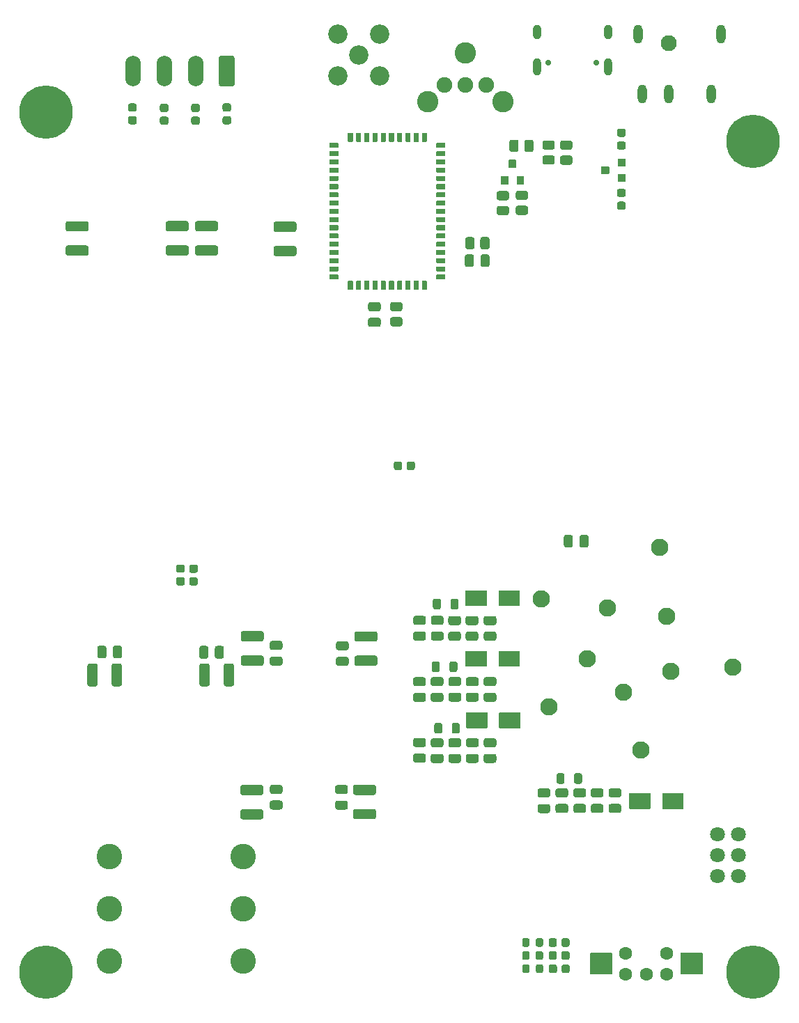
<source format=gbr>
G04 #@! TF.GenerationSoftware,KiCad,Pcbnew,5.1.9*
G04 #@! TF.CreationDate,2021-07-08T11:39:50+08:00*
G04 #@! TF.ProjectId,digital-amplifier2,64696769-7461-46c2-9d61-6d706c696669,rev?*
G04 #@! TF.SameCoordinates,Original*
G04 #@! TF.FileFunction,Soldermask,Bot*
G04 #@! TF.FilePolarity,Negative*
%FSLAX46Y46*%
G04 Gerber Fmt 4.6, Leading zero omitted, Abs format (unit mm)*
G04 Created by KiCad (PCBNEW 5.1.9) date 2021-07-08 11:39:50*
%MOMM*%
%LPD*%
G01*
G04 APERTURE LIST*
%ADD10C,2.102000*%
%ADD11C,1.802000*%
%ADD12C,2.352000*%
%ADD13O,1.902000X3.702000*%
%ADD14C,1.602000*%
%ADD15C,0.702000*%
%ADD16O,1.002000X1.802000*%
%ADD17O,1.002000X2.102000*%
%ADD18C,1.902000*%
%ADD19C,2.602000*%
%ADD20C,3.102000*%
%ADD21C,1.952000*%
%ADD22O,1.102000X2.302000*%
%ADD23C,6.502000*%
%ADD24C,0.100000*%
G04 APERTURE END LIST*
G36*
G01*
X172495320Y-118136720D02*
X172495320Y-118936720D01*
G75*
G02*
X172444320Y-118987720I-51000J0D01*
G01*
X171544320Y-118987720D01*
G75*
G02*
X171493320Y-118936720I0J51000D01*
G01*
X171493320Y-118136720D01*
G75*
G02*
X171544320Y-118085720I51000J0D01*
G01*
X172444320Y-118085720D01*
G75*
G02*
X172495320Y-118136720I0J-51000D01*
G01*
G37*
G36*
G01*
X174495320Y-119086720D02*
X174495320Y-119886720D01*
G75*
G02*
X174444320Y-119937720I-51000J0D01*
G01*
X173544320Y-119937720D01*
G75*
G02*
X173493320Y-119886720I0J51000D01*
G01*
X173493320Y-119086720D01*
G75*
G02*
X173544320Y-119035720I51000J0D01*
G01*
X174444320Y-119035720D01*
G75*
G02*
X174495320Y-119086720I0J-51000D01*
G01*
G37*
G36*
G01*
X174495320Y-117186720D02*
X174495320Y-117986720D01*
G75*
G02*
X174444320Y-118037720I-51000J0D01*
G01*
X173544320Y-118037720D01*
G75*
G02*
X173493320Y-117986720I0J51000D01*
G01*
X173493320Y-117186720D01*
G75*
G02*
X173544320Y-117135720I51000J0D01*
G01*
X174444320Y-117135720D01*
G75*
G02*
X174495320Y-117186720I0J-51000D01*
G01*
G37*
G36*
G01*
X173684020Y-115031200D02*
X174235020Y-115031200D01*
G75*
G02*
X174485520Y-115281700I0J-250500D01*
G01*
X174485520Y-115782700D01*
G75*
G02*
X174235020Y-116033200I-250500J0D01*
G01*
X173684020Y-116033200D01*
G75*
G02*
X173433520Y-115782700I0J250500D01*
G01*
X173433520Y-115281700D01*
G75*
G02*
X173684020Y-115031200I250500J0D01*
G01*
G37*
G36*
G01*
X173684020Y-113481200D02*
X174235020Y-113481200D01*
G75*
G02*
X174485520Y-113731700I0J-250500D01*
G01*
X174485520Y-114232700D01*
G75*
G02*
X174235020Y-114483200I-250500J0D01*
G01*
X173684020Y-114483200D01*
G75*
G02*
X173433520Y-114232700I0J250500D01*
G01*
X173433520Y-113731700D01*
G75*
G02*
X173684020Y-113481200I250500J0D01*
G01*
G37*
G36*
G01*
X174235020Y-121798400D02*
X173684020Y-121798400D01*
G75*
G02*
X173433520Y-121547900I0J250500D01*
G01*
X173433520Y-121046900D01*
G75*
G02*
X173684020Y-120796400I250500J0D01*
G01*
X174235020Y-120796400D01*
G75*
G02*
X174485520Y-121046900I0J-250500D01*
G01*
X174485520Y-121547900D01*
G75*
G02*
X174235020Y-121798400I-250500J0D01*
G01*
G37*
G36*
G01*
X174235020Y-123348400D02*
X173684020Y-123348400D01*
G75*
G02*
X173433520Y-123097900I0J250500D01*
G01*
X173433520Y-122596900D01*
G75*
G02*
X173684020Y-122346400I250500J0D01*
G01*
X174235020Y-122346400D01*
G75*
G02*
X174485520Y-122596900I0J-250500D01*
G01*
X174485520Y-123097900D01*
G75*
G02*
X174235020Y-123348400I-250500J0D01*
G01*
G37*
G36*
G01*
X159017200Y-171486400D02*
X159017200Y-169686400D01*
G75*
G02*
X159068200Y-169635400I51000J0D01*
G01*
X161568200Y-169635400D01*
G75*
G02*
X161619200Y-169686400I0J-51000D01*
G01*
X161619200Y-171486400D01*
G75*
G02*
X161568200Y-171537400I-51000J0D01*
G01*
X159068200Y-171537400D01*
G75*
G02*
X159017200Y-171486400I0J51000D01*
G01*
G37*
G36*
G01*
X155017200Y-171486400D02*
X155017200Y-169686400D01*
G75*
G02*
X155068200Y-169635400I51000J0D01*
G01*
X157568200Y-169635400D01*
G75*
G02*
X157619200Y-169686400I0J-51000D01*
G01*
X157619200Y-171486400D01*
G75*
G02*
X157568200Y-171537400I-51000J0D01*
G01*
X155068200Y-171537400D01*
G75*
G02*
X155017200Y-171486400I0J51000D01*
G01*
G37*
D10*
X164236400Y-170649900D03*
X169824400Y-177952400D03*
X165188900Y-183794400D03*
X174205900Y-182016400D03*
X179476400Y-172808900D03*
X187540900Y-178968400D03*
X179984400Y-179476400D03*
X176364900Y-189001400D03*
X172237400Y-171792900D03*
X178587400Y-164363400D03*
G36*
G01*
X151902200Y-178495610D02*
X151902200Y-179309110D01*
G75*
G02*
X151657950Y-179553360I-244250J0D01*
G01*
X151169450Y-179553360D01*
G75*
G02*
X150925200Y-179309110I0J244250D01*
G01*
X150925200Y-178495610D01*
G75*
G02*
X151169450Y-178251360I244250J0D01*
G01*
X151657950Y-178251360D01*
G75*
G02*
X151902200Y-178495610I0J-244250D01*
G01*
G37*
G36*
G01*
X154027200Y-178495610D02*
X154027200Y-179309110D01*
G75*
G02*
X153782950Y-179553360I-244250J0D01*
G01*
X153294450Y-179553360D01*
G75*
G02*
X153050200Y-179309110I0J244250D01*
G01*
X153050200Y-178495610D01*
G75*
G02*
X153294450Y-178251360I244250J0D01*
G01*
X153782950Y-178251360D01*
G75*
G02*
X154027200Y-178495610I0J-244250D01*
G01*
G37*
G36*
G01*
X152196840Y-185968290D02*
X152196840Y-186781790D01*
G75*
G02*
X151952590Y-187026040I-244250J0D01*
G01*
X151464090Y-187026040D01*
G75*
G02*
X151219840Y-186781790I0J244250D01*
G01*
X151219840Y-185968290D01*
G75*
G02*
X151464090Y-185724040I244250J0D01*
G01*
X151952590Y-185724040D01*
G75*
G02*
X152196840Y-185968290I0J-244250D01*
G01*
G37*
G36*
G01*
X154321840Y-185968290D02*
X154321840Y-186781790D01*
G75*
G02*
X154077590Y-187026040I-244250J0D01*
G01*
X153589090Y-187026040D01*
G75*
G02*
X153344840Y-186781790I0J244250D01*
G01*
X153344840Y-185968290D01*
G75*
G02*
X153589090Y-185724040I244250J0D01*
G01*
X154077590Y-185724040D01*
G75*
G02*
X154321840Y-185968290I0J-244250D01*
G01*
G37*
G36*
G01*
X157629360Y-177047320D02*
X157629360Y-178847320D01*
G75*
G02*
X157578360Y-178898320I-51000J0D01*
G01*
X155078360Y-178898320D01*
G75*
G02*
X155027360Y-178847320I0J51000D01*
G01*
X155027360Y-177047320D01*
G75*
G02*
X155078360Y-176996320I51000J0D01*
G01*
X157578360Y-176996320D01*
G75*
G02*
X157629360Y-177047320I0J-51000D01*
G01*
G37*
G36*
G01*
X161629360Y-177047320D02*
X161629360Y-178847320D01*
G75*
G02*
X161578360Y-178898320I-51000J0D01*
G01*
X159078360Y-178898320D01*
G75*
G02*
X159027360Y-178847320I0J51000D01*
G01*
X159027360Y-177047320D01*
G75*
G02*
X159078360Y-176996320I51000J0D01*
G01*
X161578360Y-176996320D01*
G75*
G02*
X161629360Y-177047320I0J-51000D01*
G01*
G37*
G36*
G01*
X159088320Y-186320000D02*
X159088320Y-184520000D01*
G75*
G02*
X159139320Y-184469000I51000J0D01*
G01*
X161639320Y-184469000D01*
G75*
G02*
X161690320Y-184520000I0J-51000D01*
G01*
X161690320Y-186320000D01*
G75*
G02*
X161639320Y-186371000I-51000J0D01*
G01*
X159139320Y-186371000D01*
G75*
G02*
X159088320Y-186320000I0J51000D01*
G01*
G37*
G36*
G01*
X155088320Y-186320000D02*
X155088320Y-184520000D01*
G75*
G02*
X155139320Y-184469000I51000J0D01*
G01*
X157639320Y-184469000D01*
G75*
G02*
X157690320Y-184520000I0J-51000D01*
G01*
X157690320Y-186320000D01*
G75*
G02*
X157639320Y-186371000I-51000J0D01*
G01*
X155139320Y-186371000D01*
G75*
G02*
X155088320Y-186320000I0J51000D01*
G01*
G37*
G36*
G01*
X148917540Y-182069960D02*
X149918540Y-182069960D01*
G75*
G02*
X150194040Y-182345460I0J-275500D01*
G01*
X150194040Y-182896460D01*
G75*
G02*
X149918540Y-183171960I-275500J0D01*
G01*
X148917540Y-183171960D01*
G75*
G02*
X148642040Y-182896460I0J275500D01*
G01*
X148642040Y-182345460D01*
G75*
G02*
X148917540Y-182069960I275500J0D01*
G01*
G37*
G36*
G01*
X148917540Y-180169960D02*
X149918540Y-180169960D01*
G75*
G02*
X150194040Y-180445460I0J-275500D01*
G01*
X150194040Y-180996460D01*
G75*
G02*
X149918540Y-181271960I-275500J0D01*
G01*
X148917540Y-181271960D01*
G75*
G02*
X148642040Y-180996460I0J275500D01*
G01*
X148642040Y-180445460D01*
G75*
G02*
X148917540Y-180169960I275500J0D01*
G01*
G37*
G36*
G01*
X151064475Y-189493760D02*
X152065475Y-189493760D01*
G75*
G02*
X152340975Y-189769260I0J-275500D01*
G01*
X152340975Y-190320260D01*
G75*
G02*
X152065475Y-190595760I-275500J0D01*
G01*
X151064475Y-190595760D01*
G75*
G02*
X150788975Y-190320260I0J275500D01*
G01*
X150788975Y-189769260D01*
G75*
G02*
X151064475Y-189493760I275500J0D01*
G01*
G37*
G36*
G01*
X151064475Y-187593760D02*
X152065475Y-187593760D01*
G75*
G02*
X152340975Y-187869260I0J-275500D01*
G01*
X152340975Y-188420260D01*
G75*
G02*
X152065475Y-188695760I-275500J0D01*
G01*
X151064475Y-188695760D01*
G75*
G02*
X150788975Y-188420260I0J275500D01*
G01*
X150788975Y-187869260D01*
G75*
G02*
X151064475Y-187593760I275500J0D01*
G01*
G37*
G36*
G01*
X151055260Y-182058360D02*
X152056260Y-182058360D01*
G75*
G02*
X152331760Y-182333860I0J-275500D01*
G01*
X152331760Y-182884860D01*
G75*
G02*
X152056260Y-183160360I-275500J0D01*
G01*
X151055260Y-183160360D01*
G75*
G02*
X150779760Y-182884860I0J275500D01*
G01*
X150779760Y-182333860D01*
G75*
G02*
X151055260Y-182058360I275500J0D01*
G01*
G37*
G36*
G01*
X151055260Y-180158360D02*
X152056260Y-180158360D01*
G75*
G02*
X152331760Y-180433860I0J-275500D01*
G01*
X152331760Y-180984860D01*
G75*
G02*
X152056260Y-181260360I-275500J0D01*
G01*
X151055260Y-181260360D01*
G75*
G02*
X150779760Y-180984860I0J275500D01*
G01*
X150779760Y-180433860D01*
G75*
G02*
X151055260Y-180158360I275500J0D01*
G01*
G37*
G36*
G01*
X148922620Y-189456280D02*
X149923620Y-189456280D01*
G75*
G02*
X150199120Y-189731780I0J-275500D01*
G01*
X150199120Y-190282780D01*
G75*
G02*
X149923620Y-190558280I-275500J0D01*
G01*
X148922620Y-190558280D01*
G75*
G02*
X148647120Y-190282780I0J275500D01*
G01*
X148647120Y-189731780D01*
G75*
G02*
X148922620Y-189456280I275500J0D01*
G01*
G37*
G36*
G01*
X148922620Y-187556280D02*
X149923620Y-187556280D01*
G75*
G02*
X150199120Y-187831780I0J-275500D01*
G01*
X150199120Y-188382780D01*
G75*
G02*
X149923620Y-188658280I-275500J0D01*
G01*
X148922620Y-188658280D01*
G75*
G02*
X148647120Y-188382780I0J275500D01*
G01*
X148647120Y-187831780D01*
G75*
G02*
X148922620Y-187556280I275500J0D01*
G01*
G37*
G36*
G01*
X153215220Y-182044560D02*
X154216220Y-182044560D01*
G75*
G02*
X154491720Y-182320060I0J-275500D01*
G01*
X154491720Y-182871060D01*
G75*
G02*
X154216220Y-183146560I-275500J0D01*
G01*
X153215220Y-183146560D01*
G75*
G02*
X152939720Y-182871060I0J275500D01*
G01*
X152939720Y-182320060D01*
G75*
G02*
X153215220Y-182044560I275500J0D01*
G01*
G37*
G36*
G01*
X153215220Y-180144560D02*
X154216220Y-180144560D01*
G75*
G02*
X154491720Y-180420060I0J-275500D01*
G01*
X154491720Y-180971060D01*
G75*
G02*
X154216220Y-181246560I-275500J0D01*
G01*
X153215220Y-181246560D01*
G75*
G02*
X152939720Y-180971060I0J275500D01*
G01*
X152939720Y-180420060D01*
G75*
G02*
X153215220Y-180144560I275500J0D01*
G01*
G37*
G36*
G01*
X153206330Y-189491840D02*
X154207330Y-189491840D01*
G75*
G02*
X154482830Y-189767340I0J-275500D01*
G01*
X154482830Y-190318340D01*
G75*
G02*
X154207330Y-190593840I-275500J0D01*
G01*
X153206330Y-190593840D01*
G75*
G02*
X152930830Y-190318340I0J275500D01*
G01*
X152930830Y-189767340D01*
G75*
G02*
X153206330Y-189491840I275500J0D01*
G01*
G37*
G36*
G01*
X153206330Y-187591840D02*
X154207330Y-187591840D01*
G75*
G02*
X154482830Y-187867340I0J-275500D01*
G01*
X154482830Y-188418340D01*
G75*
G02*
X154207330Y-188693840I-275500J0D01*
G01*
X153206330Y-188693840D01*
G75*
G02*
X152930830Y-188418340I0J275500D01*
G01*
X152930830Y-187867340D01*
G75*
G02*
X153206330Y-187591840I275500J0D01*
G01*
G37*
G36*
G01*
X157495120Y-182057260D02*
X158496120Y-182057260D01*
G75*
G02*
X158771620Y-182332760I0J-275500D01*
G01*
X158771620Y-182883760D01*
G75*
G02*
X158496120Y-183159260I-275500J0D01*
G01*
X157495120Y-183159260D01*
G75*
G02*
X157219620Y-182883760I0J275500D01*
G01*
X157219620Y-182332760D01*
G75*
G02*
X157495120Y-182057260I275500J0D01*
G01*
G37*
G36*
G01*
X157495120Y-180157260D02*
X158496120Y-180157260D01*
G75*
G02*
X158771620Y-180432760I0J-275500D01*
G01*
X158771620Y-180983760D01*
G75*
G02*
X158496120Y-181259260I-275500J0D01*
G01*
X157495120Y-181259260D01*
G75*
G02*
X157219620Y-180983760I0J275500D01*
G01*
X157219620Y-180432760D01*
G75*
G02*
X157495120Y-180157260I275500J0D01*
G01*
G37*
G36*
G01*
X157490040Y-189491840D02*
X158491040Y-189491840D01*
G75*
G02*
X158766540Y-189767340I0J-275500D01*
G01*
X158766540Y-190318340D01*
G75*
G02*
X158491040Y-190593840I-275500J0D01*
G01*
X157490040Y-190593840D01*
G75*
G02*
X157214540Y-190318340I0J275500D01*
G01*
X157214540Y-189767340D01*
G75*
G02*
X157490040Y-189491840I275500J0D01*
G01*
G37*
G36*
G01*
X157490040Y-187591840D02*
X158491040Y-187591840D01*
G75*
G02*
X158766540Y-187867340I0J-275500D01*
G01*
X158766540Y-188418340D01*
G75*
G02*
X158491040Y-188693840I-275500J0D01*
G01*
X157490040Y-188693840D01*
G75*
G02*
X157214540Y-188418340I0J275500D01*
G01*
X157214540Y-187867340D01*
G75*
G02*
X157490040Y-187591840I275500J0D01*
G01*
G37*
G36*
G01*
X155336120Y-182057260D02*
X156337120Y-182057260D01*
G75*
G02*
X156612620Y-182332760I0J-275500D01*
G01*
X156612620Y-182883760D01*
G75*
G02*
X156337120Y-183159260I-275500J0D01*
G01*
X155336120Y-183159260D01*
G75*
G02*
X155060620Y-182883760I0J275500D01*
G01*
X155060620Y-182332760D01*
G75*
G02*
X155336120Y-182057260I275500J0D01*
G01*
G37*
G36*
G01*
X155336120Y-180157260D02*
X156337120Y-180157260D01*
G75*
G02*
X156612620Y-180432760I0J-275500D01*
G01*
X156612620Y-180983760D01*
G75*
G02*
X156337120Y-181259260I-275500J0D01*
G01*
X155336120Y-181259260D01*
G75*
G02*
X155060620Y-180983760I0J275500D01*
G01*
X155060620Y-180432760D01*
G75*
G02*
X155336120Y-180157260I275500J0D01*
G01*
G37*
G36*
G01*
X155348185Y-189491840D02*
X156349185Y-189491840D01*
G75*
G02*
X156624685Y-189767340I0J-275500D01*
G01*
X156624685Y-190318340D01*
G75*
G02*
X156349185Y-190593840I-275500J0D01*
G01*
X155348185Y-190593840D01*
G75*
G02*
X155072685Y-190318340I0J275500D01*
G01*
X155072685Y-189767340D01*
G75*
G02*
X155348185Y-189491840I275500J0D01*
G01*
G37*
G36*
G01*
X155348185Y-187591840D02*
X156349185Y-187591840D01*
G75*
G02*
X156624685Y-187867340I0J-275500D01*
G01*
X156624685Y-188418340D01*
G75*
G02*
X156349185Y-188693840I-275500J0D01*
G01*
X155348185Y-188693840D01*
G75*
G02*
X155072685Y-188418340I0J275500D01*
G01*
X155072685Y-187867340D01*
G75*
G02*
X155348185Y-187591840I275500J0D01*
G01*
G37*
G36*
G01*
X110306480Y-178769212D02*
X110306480Y-181026868D01*
G75*
G02*
X110034308Y-181299040I-272172J0D01*
G01*
X109326652Y-181299040D01*
G75*
G02*
X109054480Y-181026868I0J272172D01*
G01*
X109054480Y-178769212D01*
G75*
G02*
X109326652Y-178497040I272172J0D01*
G01*
X110034308Y-178497040D01*
G75*
G02*
X110306480Y-178769212I0J-272172D01*
G01*
G37*
G36*
G01*
X113256480Y-178769212D02*
X113256480Y-181026868D01*
G75*
G02*
X112984308Y-181299040I-272172J0D01*
G01*
X112276652Y-181299040D01*
G75*
G02*
X112004480Y-181026868I0J272172D01*
G01*
X112004480Y-178769212D01*
G75*
G02*
X112276652Y-178497040I272172J0D01*
G01*
X112984308Y-178497040D01*
G75*
G02*
X113256480Y-178769212I0J-272172D01*
G01*
G37*
G36*
G01*
X125623960Y-181026868D02*
X125623960Y-178769212D01*
G75*
G02*
X125896132Y-178497040I272172J0D01*
G01*
X126603788Y-178497040D01*
G75*
G02*
X126875960Y-178769212I0J-272172D01*
G01*
X126875960Y-181026868D01*
G75*
G02*
X126603788Y-181299040I-272172J0D01*
G01*
X125896132Y-181299040D01*
G75*
G02*
X125623960Y-181026868I0J272172D01*
G01*
G37*
G36*
G01*
X122673960Y-181026868D02*
X122673960Y-178769212D01*
G75*
G02*
X122946132Y-178497040I272172J0D01*
G01*
X123653788Y-178497040D01*
G75*
G02*
X123925960Y-178769212I0J-272172D01*
G01*
X123925960Y-181026868D01*
G75*
G02*
X123653788Y-181299040I-272172J0D01*
G01*
X122946132Y-181299040D01*
G75*
G02*
X122673960Y-181026868I0J272172D01*
G01*
G37*
G36*
G01*
X166669400Y-212708400D02*
X166669400Y-212157400D01*
G75*
G02*
X166919900Y-211906900I250500J0D01*
G01*
X167420900Y-211906900D01*
G75*
G02*
X167671400Y-212157400I0J-250500D01*
G01*
X167671400Y-212708400D01*
G75*
G02*
X167420900Y-212958900I-250500J0D01*
G01*
X166919900Y-212958900D01*
G75*
G02*
X166669400Y-212708400I0J250500D01*
G01*
G37*
G36*
G01*
X165119400Y-212708400D02*
X165119400Y-212157400D01*
G75*
G02*
X165369900Y-211906900I250500J0D01*
G01*
X165870900Y-211906900D01*
G75*
G02*
X166121400Y-212157400I0J-250500D01*
G01*
X166121400Y-212708400D01*
G75*
G02*
X165870900Y-212958900I-250500J0D01*
G01*
X165369900Y-212958900D01*
G75*
G02*
X165119400Y-212708400I0J250500D01*
G01*
G37*
G36*
G01*
X166682100Y-215896100D02*
X166682100Y-215345100D01*
G75*
G02*
X166932600Y-215094600I250500J0D01*
G01*
X167433600Y-215094600D01*
G75*
G02*
X167684100Y-215345100I0J-250500D01*
G01*
X167684100Y-215896100D01*
G75*
G02*
X167433600Y-216146600I-250500J0D01*
G01*
X166932600Y-216146600D01*
G75*
G02*
X166682100Y-215896100I0J250500D01*
G01*
G37*
G36*
G01*
X165132100Y-215896100D02*
X165132100Y-215345100D01*
G75*
G02*
X165382600Y-215094600I250500J0D01*
G01*
X165883600Y-215094600D01*
G75*
G02*
X166134100Y-215345100I0J-250500D01*
G01*
X166134100Y-215896100D01*
G75*
G02*
X165883600Y-216146600I-250500J0D01*
G01*
X165382600Y-216146600D01*
G75*
G02*
X165132100Y-215896100I0J250500D01*
G01*
G37*
G36*
G01*
X166669400Y-214283200D02*
X166669400Y-213732200D01*
G75*
G02*
X166919900Y-213481700I250500J0D01*
G01*
X167420900Y-213481700D01*
G75*
G02*
X167671400Y-213732200I0J-250500D01*
G01*
X167671400Y-214283200D01*
G75*
G02*
X167420900Y-214533700I-250500J0D01*
G01*
X166919900Y-214533700D01*
G75*
G02*
X166669400Y-214283200I0J250500D01*
G01*
G37*
G36*
G01*
X165119400Y-214283200D02*
X165119400Y-213732200D01*
G75*
G02*
X165369900Y-213481700I250500J0D01*
G01*
X165870900Y-213481700D01*
G75*
G02*
X166121400Y-213732200I0J-250500D01*
G01*
X166121400Y-214283200D01*
G75*
G02*
X165870900Y-214533700I-250500J0D01*
G01*
X165369900Y-214533700D01*
G75*
G02*
X165119400Y-214283200I0J250500D01*
G01*
G37*
G36*
G01*
X163543600Y-212720700D02*
X163543600Y-212119700D01*
G75*
G02*
X163769100Y-211894200I225500J0D01*
G01*
X164220100Y-211894200D01*
G75*
G02*
X164445600Y-212119700I0J-225500D01*
G01*
X164445600Y-212720700D01*
G75*
G02*
X164220100Y-212946200I-225500J0D01*
G01*
X163769100Y-212946200D01*
G75*
G02*
X163543600Y-212720700I0J225500D01*
G01*
G37*
G36*
G01*
X161893600Y-212720700D02*
X161893600Y-212119700D01*
G75*
G02*
X162119100Y-211894200I225500J0D01*
G01*
X162570100Y-211894200D01*
G75*
G02*
X162795600Y-212119700I0J-225500D01*
G01*
X162795600Y-212720700D01*
G75*
G02*
X162570100Y-212946200I-225500J0D01*
G01*
X162119100Y-212946200D01*
G75*
G02*
X161893600Y-212720700I0J225500D01*
G01*
G37*
G36*
G01*
X163556300Y-215908400D02*
X163556300Y-215307400D01*
G75*
G02*
X163781800Y-215081900I225500J0D01*
G01*
X164232800Y-215081900D01*
G75*
G02*
X164458300Y-215307400I0J-225500D01*
G01*
X164458300Y-215908400D01*
G75*
G02*
X164232800Y-216133900I-225500J0D01*
G01*
X163781800Y-216133900D01*
G75*
G02*
X163556300Y-215908400I0J225500D01*
G01*
G37*
G36*
G01*
X161906300Y-215908400D02*
X161906300Y-215307400D01*
G75*
G02*
X162131800Y-215081900I225500J0D01*
G01*
X162582800Y-215081900D01*
G75*
G02*
X162808300Y-215307400I0J-225500D01*
G01*
X162808300Y-215908400D01*
G75*
G02*
X162582800Y-216133900I-225500J0D01*
G01*
X162131800Y-216133900D01*
G75*
G02*
X161906300Y-215908400I0J225500D01*
G01*
G37*
G36*
G01*
X163543600Y-214308200D02*
X163543600Y-213707200D01*
G75*
G02*
X163769100Y-213481700I225500J0D01*
G01*
X164220100Y-213481700D01*
G75*
G02*
X164445600Y-213707200I0J-225500D01*
G01*
X164445600Y-214308200D01*
G75*
G02*
X164220100Y-214533700I-225500J0D01*
G01*
X163769100Y-214533700D01*
G75*
G02*
X163543600Y-214308200I0J225500D01*
G01*
G37*
G36*
G01*
X161893600Y-214308200D02*
X161893600Y-213707200D01*
G75*
G02*
X162119100Y-213481700I225500J0D01*
G01*
X162570100Y-213481700D01*
G75*
G02*
X162795600Y-213707200I0J-225500D01*
G01*
X162795600Y-214308200D01*
G75*
G02*
X162570100Y-214533700I-225500J0D01*
G01*
X162119100Y-214533700D01*
G75*
G02*
X161893600Y-214308200I0J225500D01*
G01*
G37*
G36*
G01*
X168066500Y-163139000D02*
X168066500Y-164140000D01*
G75*
G02*
X167791000Y-164415500I-275500J0D01*
G01*
X167240000Y-164415500D01*
G75*
G02*
X166964500Y-164140000I0J275500D01*
G01*
X166964500Y-163139000D01*
G75*
G02*
X167240000Y-162863500I275500J0D01*
G01*
X167791000Y-162863500D01*
G75*
G02*
X168066500Y-163139000I0J-275500D01*
G01*
G37*
G36*
G01*
X169966500Y-163139000D02*
X169966500Y-164140000D01*
G75*
G02*
X169691000Y-164415500I-275500J0D01*
G01*
X169140000Y-164415500D01*
G75*
G02*
X168864500Y-164140000I0J275500D01*
G01*
X168864500Y-163139000D01*
G75*
G02*
X169140000Y-162863500I275500J0D01*
G01*
X169691000Y-162863500D01*
G75*
G02*
X169966500Y-163139000I0J-275500D01*
G01*
G37*
D11*
X188150500Y-204355700D03*
X185610500Y-204355700D03*
X188150500Y-201815700D03*
X185610500Y-201815700D03*
X188150500Y-199275700D03*
X185610500Y-199275700D03*
D12*
X139460000Y-107040000D03*
X139460000Y-101960000D03*
X144540000Y-101960000D03*
X144540000Y-107040000D03*
X142000000Y-104500000D03*
D13*
X114570000Y-106500000D03*
X118380000Y-106500000D03*
X122190000Y-106500000D03*
G36*
G01*
X126951000Y-104913166D02*
X126951000Y-108086834D01*
G75*
G02*
X126686834Y-108351000I-264166J0D01*
G01*
X125313166Y-108351000D01*
G75*
G02*
X125049000Y-108086834I0J264166D01*
G01*
X125049000Y-104913166D01*
G75*
G02*
X125313166Y-104649000I264166J0D01*
G01*
X126686834Y-104649000D01*
G75*
G02*
X126951000Y-104913166I0J-264166D01*
G01*
G37*
G36*
G01*
X167735125Y-116046500D02*
X166782875Y-116046500D01*
G75*
G02*
X166508000Y-115771625I0J274875D01*
G01*
X166508000Y-115194375D01*
G75*
G02*
X166782875Y-114919500I274875J0D01*
G01*
X167735125Y-114919500D01*
G75*
G02*
X168010000Y-115194375I0J-274875D01*
G01*
X168010000Y-115771625D01*
G75*
G02*
X167735125Y-116046500I-274875J0D01*
G01*
G37*
G36*
G01*
X167735125Y-117871500D02*
X166782875Y-117871500D01*
G75*
G02*
X166508000Y-117596625I0J274875D01*
G01*
X166508000Y-117019375D01*
G75*
G02*
X166782875Y-116744500I274875J0D01*
G01*
X167735125Y-116744500D01*
G75*
G02*
X168010000Y-117019375I0J-274875D01*
G01*
X168010000Y-117596625D01*
G75*
G02*
X167735125Y-117871500I-274875J0D01*
G01*
G37*
G36*
G01*
X147858160Y-154743060D02*
X147858160Y-154192060D01*
G75*
G02*
X148108660Y-153941560I250500J0D01*
G01*
X148609660Y-153941560D01*
G75*
G02*
X148860160Y-154192060I0J-250500D01*
G01*
X148860160Y-154743060D01*
G75*
G02*
X148609660Y-154993560I-250500J0D01*
G01*
X148108660Y-154993560D01*
G75*
G02*
X147858160Y-154743060I0J250500D01*
G01*
G37*
G36*
G01*
X146308160Y-154743060D02*
X146308160Y-154192060D01*
G75*
G02*
X146558660Y-153941560I250500J0D01*
G01*
X147059660Y-153941560D01*
G75*
G02*
X147310160Y-154192060I0J-250500D01*
G01*
X147310160Y-154743060D01*
G75*
G02*
X147059660Y-154993560I-250500J0D01*
G01*
X146558660Y-154993560D01*
G75*
G02*
X146308160Y-154743060I0J250500D01*
G01*
G37*
G36*
G01*
X126284900Y-111409800D02*
X125733900Y-111409800D01*
G75*
G02*
X125483400Y-111159300I0J250500D01*
G01*
X125483400Y-110658300D01*
G75*
G02*
X125733900Y-110407800I250500J0D01*
G01*
X126284900Y-110407800D01*
G75*
G02*
X126535400Y-110658300I0J-250500D01*
G01*
X126535400Y-111159300D01*
G75*
G02*
X126284900Y-111409800I-250500J0D01*
G01*
G37*
G36*
G01*
X126284900Y-112959800D02*
X125733900Y-112959800D01*
G75*
G02*
X125483400Y-112709300I0J250500D01*
G01*
X125483400Y-112208300D01*
G75*
G02*
X125733900Y-111957800I250500J0D01*
G01*
X126284900Y-111957800D01*
G75*
G02*
X126535400Y-112208300I0J-250500D01*
G01*
X126535400Y-112709300D01*
G75*
G02*
X126284900Y-112959800I-250500J0D01*
G01*
G37*
G36*
G01*
X118664900Y-111460600D02*
X118113900Y-111460600D01*
G75*
G02*
X117863400Y-111210100I0J250500D01*
G01*
X117863400Y-110709100D01*
G75*
G02*
X118113900Y-110458600I250500J0D01*
G01*
X118664900Y-110458600D01*
G75*
G02*
X118915400Y-110709100I0J-250500D01*
G01*
X118915400Y-111210100D01*
G75*
G02*
X118664900Y-111460600I-250500J0D01*
G01*
G37*
G36*
G01*
X118664900Y-113010600D02*
X118113900Y-113010600D01*
G75*
G02*
X117863400Y-112760100I0J250500D01*
G01*
X117863400Y-112259100D01*
G75*
G02*
X118113900Y-112008600I250500J0D01*
G01*
X118664900Y-112008600D01*
G75*
G02*
X118915400Y-112259100I0J-250500D01*
G01*
X118915400Y-112760100D01*
G75*
G02*
X118664900Y-113010600I-250500J0D01*
G01*
G37*
G36*
G01*
X122474900Y-111460600D02*
X121923900Y-111460600D01*
G75*
G02*
X121673400Y-111210100I0J250500D01*
G01*
X121673400Y-110709100D01*
G75*
G02*
X121923900Y-110458600I250500J0D01*
G01*
X122474900Y-110458600D01*
G75*
G02*
X122725400Y-110709100I0J-250500D01*
G01*
X122725400Y-111210100D01*
G75*
G02*
X122474900Y-111460600I-250500J0D01*
G01*
G37*
G36*
G01*
X122474900Y-113010600D02*
X121923900Y-113010600D01*
G75*
G02*
X121673400Y-112760100I0J250500D01*
G01*
X121673400Y-112259100D01*
G75*
G02*
X121923900Y-112008600I250500J0D01*
G01*
X122474900Y-112008600D01*
G75*
G02*
X122725400Y-112259100I0J-250500D01*
G01*
X122725400Y-112760100D01*
G75*
G02*
X122474900Y-113010600I-250500J0D01*
G01*
G37*
G36*
G01*
X114804100Y-111409800D02*
X114253100Y-111409800D01*
G75*
G02*
X114002600Y-111159300I0J250500D01*
G01*
X114002600Y-110658300D01*
G75*
G02*
X114253100Y-110407800I250500J0D01*
G01*
X114804100Y-110407800D01*
G75*
G02*
X115054600Y-110658300I0J-250500D01*
G01*
X115054600Y-111159300D01*
G75*
G02*
X114804100Y-111409800I-250500J0D01*
G01*
G37*
G36*
G01*
X114804100Y-112959800D02*
X114253100Y-112959800D01*
G75*
G02*
X114002600Y-112709300I0J250500D01*
G01*
X114002600Y-112208300D01*
G75*
G02*
X114253100Y-111957800I250500J0D01*
G01*
X114804100Y-111957800D01*
G75*
G02*
X115054600Y-112208300I0J-250500D01*
G01*
X115054600Y-112709300D01*
G75*
G02*
X114804100Y-112959800I-250500J0D01*
G01*
G37*
G36*
G01*
X124664268Y-125963040D02*
X122406612Y-125963040D01*
G75*
G02*
X122134440Y-125690868I0J272172D01*
G01*
X122134440Y-124983212D01*
G75*
G02*
X122406612Y-124711040I272172J0D01*
G01*
X124664268Y-124711040D01*
G75*
G02*
X124936440Y-124983212I0J-272172D01*
G01*
X124936440Y-125690868D01*
G75*
G02*
X124664268Y-125963040I-272172J0D01*
G01*
G37*
G36*
G01*
X124664268Y-128913040D02*
X122406612Y-128913040D01*
G75*
G02*
X122134440Y-128640868I0J272172D01*
G01*
X122134440Y-127933212D01*
G75*
G02*
X122406612Y-127661040I272172J0D01*
G01*
X124664268Y-127661040D01*
G75*
G02*
X124936440Y-127933212I0J-272172D01*
G01*
X124936440Y-128640868D01*
G75*
G02*
X124664268Y-128913040I-272172J0D01*
G01*
G37*
G36*
G01*
X108931508Y-125978280D02*
X106673852Y-125978280D01*
G75*
G02*
X106401680Y-125706108I0J272172D01*
G01*
X106401680Y-124998452D01*
G75*
G02*
X106673852Y-124726280I272172J0D01*
G01*
X108931508Y-124726280D01*
G75*
G02*
X109203680Y-124998452I0J-272172D01*
G01*
X109203680Y-125706108D01*
G75*
G02*
X108931508Y-125978280I-272172J0D01*
G01*
G37*
G36*
G01*
X108931508Y-128928280D02*
X106673852Y-128928280D01*
G75*
G02*
X106401680Y-128656108I0J272172D01*
G01*
X106401680Y-127948452D01*
G75*
G02*
X106673852Y-127676280I272172J0D01*
G01*
X108931508Y-127676280D01*
G75*
G02*
X109203680Y-127948452I0J-272172D01*
G01*
X109203680Y-128656108D01*
G75*
G02*
X108931508Y-128928280I-272172J0D01*
G01*
G37*
G36*
G01*
X121103188Y-125963040D02*
X118845532Y-125963040D01*
G75*
G02*
X118573360Y-125690868I0J272172D01*
G01*
X118573360Y-124983212D01*
G75*
G02*
X118845532Y-124711040I272172J0D01*
G01*
X121103188Y-124711040D01*
G75*
G02*
X121375360Y-124983212I0J-272172D01*
G01*
X121375360Y-125690868D01*
G75*
G02*
X121103188Y-125963040I-272172J0D01*
G01*
G37*
G36*
G01*
X121103188Y-128913040D02*
X118845532Y-128913040D01*
G75*
G02*
X118573360Y-128640868I0J272172D01*
G01*
X118573360Y-127933212D01*
G75*
G02*
X118845532Y-127661040I272172J0D01*
G01*
X121103188Y-127661040D01*
G75*
G02*
X121375360Y-127933212I0J-272172D01*
G01*
X121375360Y-128640868D01*
G75*
G02*
X121103188Y-128913040I-272172J0D01*
G01*
G37*
G36*
G01*
X134199428Y-126041040D02*
X131941772Y-126041040D01*
G75*
G02*
X131669600Y-125768868I0J272172D01*
G01*
X131669600Y-125061212D01*
G75*
G02*
X131941772Y-124789040I272172J0D01*
G01*
X134199428Y-124789040D01*
G75*
G02*
X134471600Y-125061212I0J-272172D01*
G01*
X134471600Y-125768868D01*
G75*
G02*
X134199428Y-126041040I-272172J0D01*
G01*
G37*
G36*
G01*
X134199428Y-128991040D02*
X131941772Y-128991040D01*
G75*
G02*
X131669600Y-128718868I0J272172D01*
G01*
X131669600Y-128011212D01*
G75*
G02*
X131941772Y-127739040I272172J0D01*
G01*
X134199428Y-127739040D01*
G75*
G02*
X134471600Y-128011212I0J-272172D01*
G01*
X134471600Y-128718868D01*
G75*
G02*
X134199428Y-128991040I-272172J0D01*
G01*
G37*
G36*
G01*
X181149000Y-216250000D02*
X181149000Y-213750000D01*
G75*
G02*
X181200000Y-213699000I51000J0D01*
G01*
X183800000Y-213699000D01*
G75*
G02*
X183851000Y-213750000I0J-51000D01*
G01*
X183851000Y-216250000D01*
G75*
G02*
X183800000Y-216301000I-51000J0D01*
G01*
X181200000Y-216301000D01*
G75*
G02*
X181149000Y-216250000I0J51000D01*
G01*
G37*
G36*
G01*
X170149000Y-216250000D02*
X170149000Y-213750000D01*
G75*
G02*
X170200000Y-213699000I51000J0D01*
G01*
X172800000Y-213699000D01*
G75*
G02*
X172851000Y-213750000I0J-51000D01*
G01*
X172851000Y-216250000D01*
G75*
G02*
X172800000Y-216301000I-51000J0D01*
G01*
X170200000Y-216301000D01*
G75*
G02*
X170149000Y-216250000I0J51000D01*
G01*
G37*
D14*
X179500000Y-213750000D03*
X174500000Y-213750000D03*
X177000000Y-216250000D03*
X179500000Y-216250000D03*
X174500000Y-216250000D03*
G36*
G01*
X120095100Y-168015600D02*
X120646100Y-168015600D01*
G75*
G02*
X120896600Y-168266100I0J-250500D01*
G01*
X120896600Y-168767100D01*
G75*
G02*
X120646100Y-169017600I-250500J0D01*
G01*
X120095100Y-169017600D01*
G75*
G02*
X119844600Y-168767100I0J250500D01*
G01*
X119844600Y-168266100D01*
G75*
G02*
X120095100Y-168015600I250500J0D01*
G01*
G37*
G36*
G01*
X120095100Y-166465600D02*
X120646100Y-166465600D01*
G75*
G02*
X120896600Y-166716100I0J-250500D01*
G01*
X120896600Y-167217100D01*
G75*
G02*
X120646100Y-167467600I-250500J0D01*
G01*
X120095100Y-167467600D01*
G75*
G02*
X119844600Y-167217100I0J250500D01*
G01*
X119844600Y-166716100D01*
G75*
G02*
X120095100Y-166465600I250500J0D01*
G01*
G37*
G36*
G01*
X121682600Y-168028300D02*
X122233600Y-168028300D01*
G75*
G02*
X122484100Y-168278800I0J-250500D01*
G01*
X122484100Y-168779800D01*
G75*
G02*
X122233600Y-169030300I-250500J0D01*
G01*
X121682600Y-169030300D01*
G75*
G02*
X121432100Y-168779800I0J250500D01*
G01*
X121432100Y-168278800D01*
G75*
G02*
X121682600Y-168028300I250500J0D01*
G01*
G37*
G36*
G01*
X121682600Y-166478300D02*
X122233600Y-166478300D01*
G75*
G02*
X122484100Y-166728800I0J-250500D01*
G01*
X122484100Y-167229800D01*
G75*
G02*
X122233600Y-167480300I-250500J0D01*
G01*
X121682600Y-167480300D01*
G75*
G02*
X121432100Y-167229800I0J250500D01*
G01*
X121432100Y-166728800D01*
G75*
G02*
X121682600Y-166478300I250500J0D01*
G01*
G37*
D15*
X170890000Y-105450000D03*
X165110000Y-105450000D03*
D16*
X163680000Y-101760000D03*
X172320000Y-101760000D03*
D17*
X163680000Y-105930000D03*
X172320000Y-105930000D03*
D18*
X157540000Y-108183250D03*
X152460000Y-108183250D03*
X155000000Y-108183250D03*
D19*
X155000000Y-104233250D03*
X150400000Y-110233250D03*
X159600000Y-110233250D03*
G36*
G01*
X152570000Y-115278600D02*
X152570000Y-115778600D01*
G75*
G02*
X152519000Y-115829600I-51000J0D01*
G01*
X151519000Y-115829600D01*
G75*
G02*
X151468000Y-115778600I0J51000D01*
G01*
X151468000Y-115278600D01*
G75*
G02*
X151519000Y-115227600I51000J0D01*
G01*
X152519000Y-115227600D01*
G75*
G02*
X152570000Y-115278600I0J-51000D01*
G01*
G37*
G36*
G01*
X152570000Y-116278600D02*
X152570000Y-116778600D01*
G75*
G02*
X152519000Y-116829600I-51000J0D01*
G01*
X151519000Y-116829600D01*
G75*
G02*
X151468000Y-116778600I0J51000D01*
G01*
X151468000Y-116278600D01*
G75*
G02*
X151519000Y-116227600I51000J0D01*
G01*
X152519000Y-116227600D01*
G75*
G02*
X152570000Y-116278600I0J-51000D01*
G01*
G37*
G36*
G01*
X152570000Y-117278600D02*
X152570000Y-117778600D01*
G75*
G02*
X152519000Y-117829600I-51000J0D01*
G01*
X151519000Y-117829600D01*
G75*
G02*
X151468000Y-117778600I0J51000D01*
G01*
X151468000Y-117278600D01*
G75*
G02*
X151519000Y-117227600I51000J0D01*
G01*
X152519000Y-117227600D01*
G75*
G02*
X152570000Y-117278600I0J-51000D01*
G01*
G37*
G36*
G01*
X152570000Y-118278600D02*
X152570000Y-118778600D01*
G75*
G02*
X152519000Y-118829600I-51000J0D01*
G01*
X151519000Y-118829600D01*
G75*
G02*
X151468000Y-118778600I0J51000D01*
G01*
X151468000Y-118278600D01*
G75*
G02*
X151519000Y-118227600I51000J0D01*
G01*
X152519000Y-118227600D01*
G75*
G02*
X152570000Y-118278600I0J-51000D01*
G01*
G37*
G36*
G01*
X152570000Y-119278600D02*
X152570000Y-119778600D01*
G75*
G02*
X152519000Y-119829600I-51000J0D01*
G01*
X151519000Y-119829600D01*
G75*
G02*
X151468000Y-119778600I0J51000D01*
G01*
X151468000Y-119278600D01*
G75*
G02*
X151519000Y-119227600I51000J0D01*
G01*
X152519000Y-119227600D01*
G75*
G02*
X152570000Y-119278600I0J-51000D01*
G01*
G37*
G36*
G01*
X152570000Y-120278600D02*
X152570000Y-120778600D01*
G75*
G02*
X152519000Y-120829600I-51000J0D01*
G01*
X151519000Y-120829600D01*
G75*
G02*
X151468000Y-120778600I0J51000D01*
G01*
X151468000Y-120278600D01*
G75*
G02*
X151519000Y-120227600I51000J0D01*
G01*
X152519000Y-120227600D01*
G75*
G02*
X152570000Y-120278600I0J-51000D01*
G01*
G37*
G36*
G01*
X152570000Y-121278600D02*
X152570000Y-121778600D01*
G75*
G02*
X152519000Y-121829600I-51000J0D01*
G01*
X151519000Y-121829600D01*
G75*
G02*
X151468000Y-121778600I0J51000D01*
G01*
X151468000Y-121278600D01*
G75*
G02*
X151519000Y-121227600I51000J0D01*
G01*
X152519000Y-121227600D01*
G75*
G02*
X152570000Y-121278600I0J-51000D01*
G01*
G37*
G36*
G01*
X152570000Y-122278600D02*
X152570000Y-122778600D01*
G75*
G02*
X152519000Y-122829600I-51000J0D01*
G01*
X151519000Y-122829600D01*
G75*
G02*
X151468000Y-122778600I0J51000D01*
G01*
X151468000Y-122278600D01*
G75*
G02*
X151519000Y-122227600I51000J0D01*
G01*
X152519000Y-122227600D01*
G75*
G02*
X152570000Y-122278600I0J-51000D01*
G01*
G37*
G36*
G01*
X152570000Y-123278600D02*
X152570000Y-123778600D01*
G75*
G02*
X152519000Y-123829600I-51000J0D01*
G01*
X151519000Y-123829600D01*
G75*
G02*
X151468000Y-123778600I0J51000D01*
G01*
X151468000Y-123278600D01*
G75*
G02*
X151519000Y-123227600I51000J0D01*
G01*
X152519000Y-123227600D01*
G75*
G02*
X152570000Y-123278600I0J-51000D01*
G01*
G37*
G36*
G01*
X152570000Y-124278600D02*
X152570000Y-124778600D01*
G75*
G02*
X152519000Y-124829600I-51000J0D01*
G01*
X151519000Y-124829600D01*
G75*
G02*
X151468000Y-124778600I0J51000D01*
G01*
X151468000Y-124278600D01*
G75*
G02*
X151519000Y-124227600I51000J0D01*
G01*
X152519000Y-124227600D01*
G75*
G02*
X152570000Y-124278600I0J-51000D01*
G01*
G37*
G36*
G01*
X152570000Y-125278600D02*
X152570000Y-125778600D01*
G75*
G02*
X152519000Y-125829600I-51000J0D01*
G01*
X151519000Y-125829600D01*
G75*
G02*
X151468000Y-125778600I0J51000D01*
G01*
X151468000Y-125278600D01*
G75*
G02*
X151519000Y-125227600I51000J0D01*
G01*
X152519000Y-125227600D01*
G75*
G02*
X152570000Y-125278600I0J-51000D01*
G01*
G37*
G36*
G01*
X152570000Y-126278600D02*
X152570000Y-126778600D01*
G75*
G02*
X152519000Y-126829600I-51000J0D01*
G01*
X151519000Y-126829600D01*
G75*
G02*
X151468000Y-126778600I0J51000D01*
G01*
X151468000Y-126278600D01*
G75*
G02*
X151519000Y-126227600I51000J0D01*
G01*
X152519000Y-126227600D01*
G75*
G02*
X152570000Y-126278600I0J-51000D01*
G01*
G37*
G36*
G01*
X152570000Y-127278600D02*
X152570000Y-127778600D01*
G75*
G02*
X152519000Y-127829600I-51000J0D01*
G01*
X151519000Y-127829600D01*
G75*
G02*
X151468000Y-127778600I0J51000D01*
G01*
X151468000Y-127278600D01*
G75*
G02*
X151519000Y-127227600I51000J0D01*
G01*
X152519000Y-127227600D01*
G75*
G02*
X152570000Y-127278600I0J-51000D01*
G01*
G37*
G36*
G01*
X152570000Y-128278600D02*
X152570000Y-128778600D01*
G75*
G02*
X152519000Y-128829600I-51000J0D01*
G01*
X151519000Y-128829600D01*
G75*
G02*
X151468000Y-128778600I0J51000D01*
G01*
X151468000Y-128278600D01*
G75*
G02*
X151519000Y-128227600I51000J0D01*
G01*
X152519000Y-128227600D01*
G75*
G02*
X152570000Y-128278600I0J-51000D01*
G01*
G37*
G36*
G01*
X152570000Y-129278600D02*
X152570000Y-129778600D01*
G75*
G02*
X152519000Y-129829600I-51000J0D01*
G01*
X151519000Y-129829600D01*
G75*
G02*
X151468000Y-129778600I0J51000D01*
G01*
X151468000Y-129278600D01*
G75*
G02*
X151519000Y-129227600I51000J0D01*
G01*
X152519000Y-129227600D01*
G75*
G02*
X152570000Y-129278600I0J-51000D01*
G01*
G37*
G36*
G01*
X152570000Y-130278600D02*
X152570000Y-130778600D01*
G75*
G02*
X152519000Y-130829600I-51000J0D01*
G01*
X151519000Y-130829600D01*
G75*
G02*
X151468000Y-130778600I0J51000D01*
G01*
X151468000Y-130278600D01*
G75*
G02*
X151519000Y-130227600I51000J0D01*
G01*
X152519000Y-130227600D01*
G75*
G02*
X152570000Y-130278600I0J-51000D01*
G01*
G37*
G36*
G01*
X152570000Y-131278600D02*
X152570000Y-131778600D01*
G75*
G02*
X152519000Y-131829600I-51000J0D01*
G01*
X151519000Y-131829600D01*
G75*
G02*
X151468000Y-131778600I0J51000D01*
G01*
X151468000Y-131278600D01*
G75*
G02*
X151519000Y-131227600I51000J0D01*
G01*
X152519000Y-131227600D01*
G75*
G02*
X152570000Y-131278600I0J-51000D01*
G01*
G37*
G36*
G01*
X150320000Y-132028600D02*
X150320000Y-133028600D01*
G75*
G02*
X150269000Y-133079600I-51000J0D01*
G01*
X149769000Y-133079600D01*
G75*
G02*
X149718000Y-133028600I0J51000D01*
G01*
X149718000Y-132028600D01*
G75*
G02*
X149769000Y-131977600I51000J0D01*
G01*
X150269000Y-131977600D01*
G75*
G02*
X150320000Y-132028600I0J-51000D01*
G01*
G37*
G36*
G01*
X149320000Y-132028600D02*
X149320000Y-133028600D01*
G75*
G02*
X149269000Y-133079600I-51000J0D01*
G01*
X148769000Y-133079600D01*
G75*
G02*
X148718000Y-133028600I0J51000D01*
G01*
X148718000Y-132028600D01*
G75*
G02*
X148769000Y-131977600I51000J0D01*
G01*
X149269000Y-131977600D01*
G75*
G02*
X149320000Y-132028600I0J-51000D01*
G01*
G37*
G36*
G01*
X148320000Y-132028600D02*
X148320000Y-133028600D01*
G75*
G02*
X148269000Y-133079600I-51000J0D01*
G01*
X147769000Y-133079600D01*
G75*
G02*
X147718000Y-133028600I0J51000D01*
G01*
X147718000Y-132028600D01*
G75*
G02*
X147769000Y-131977600I51000J0D01*
G01*
X148269000Y-131977600D01*
G75*
G02*
X148320000Y-132028600I0J-51000D01*
G01*
G37*
G36*
G01*
X147320000Y-132028600D02*
X147320000Y-133028600D01*
G75*
G02*
X147269000Y-133079600I-51000J0D01*
G01*
X146769000Y-133079600D01*
G75*
G02*
X146718000Y-133028600I0J51000D01*
G01*
X146718000Y-132028600D01*
G75*
G02*
X146769000Y-131977600I51000J0D01*
G01*
X147269000Y-131977600D01*
G75*
G02*
X147320000Y-132028600I0J-51000D01*
G01*
G37*
G36*
G01*
X146320000Y-132028600D02*
X146320000Y-133028600D01*
G75*
G02*
X146269000Y-133079600I-51000J0D01*
G01*
X145769000Y-133079600D01*
G75*
G02*
X145718000Y-133028600I0J51000D01*
G01*
X145718000Y-132028600D01*
G75*
G02*
X145769000Y-131977600I51000J0D01*
G01*
X146269000Y-131977600D01*
G75*
G02*
X146320000Y-132028600I0J-51000D01*
G01*
G37*
G36*
G01*
X145320000Y-132028600D02*
X145320000Y-133028600D01*
G75*
G02*
X145269000Y-133079600I-51000J0D01*
G01*
X144769000Y-133079600D01*
G75*
G02*
X144718000Y-133028600I0J51000D01*
G01*
X144718000Y-132028600D01*
G75*
G02*
X144769000Y-131977600I51000J0D01*
G01*
X145269000Y-131977600D01*
G75*
G02*
X145320000Y-132028600I0J-51000D01*
G01*
G37*
G36*
G01*
X144320000Y-132028600D02*
X144320000Y-133028600D01*
G75*
G02*
X144269000Y-133079600I-51000J0D01*
G01*
X143769000Y-133079600D01*
G75*
G02*
X143718000Y-133028600I0J51000D01*
G01*
X143718000Y-132028600D01*
G75*
G02*
X143769000Y-131977600I51000J0D01*
G01*
X144269000Y-131977600D01*
G75*
G02*
X144320000Y-132028600I0J-51000D01*
G01*
G37*
G36*
G01*
X143320000Y-132028600D02*
X143320000Y-133028600D01*
G75*
G02*
X143269000Y-133079600I-51000J0D01*
G01*
X142769000Y-133079600D01*
G75*
G02*
X142718000Y-133028600I0J51000D01*
G01*
X142718000Y-132028600D01*
G75*
G02*
X142769000Y-131977600I51000J0D01*
G01*
X143269000Y-131977600D01*
G75*
G02*
X143320000Y-132028600I0J-51000D01*
G01*
G37*
G36*
G01*
X142320000Y-132028600D02*
X142320000Y-133028600D01*
G75*
G02*
X142269000Y-133079600I-51000J0D01*
G01*
X141769000Y-133079600D01*
G75*
G02*
X141718000Y-133028600I0J51000D01*
G01*
X141718000Y-132028600D01*
G75*
G02*
X141769000Y-131977600I51000J0D01*
G01*
X142269000Y-131977600D01*
G75*
G02*
X142320000Y-132028600I0J-51000D01*
G01*
G37*
G36*
G01*
X141320000Y-132028600D02*
X141320000Y-133028600D01*
G75*
G02*
X141269000Y-133079600I-51000J0D01*
G01*
X140769000Y-133079600D01*
G75*
G02*
X140718000Y-133028600I0J51000D01*
G01*
X140718000Y-132028600D01*
G75*
G02*
X140769000Y-131977600I51000J0D01*
G01*
X141269000Y-131977600D01*
G75*
G02*
X141320000Y-132028600I0J-51000D01*
G01*
G37*
G36*
G01*
X141320000Y-114028600D02*
X141320000Y-115028600D01*
G75*
G02*
X141269000Y-115079600I-51000J0D01*
G01*
X140769000Y-115079600D01*
G75*
G02*
X140718000Y-115028600I0J51000D01*
G01*
X140718000Y-114028600D01*
G75*
G02*
X140769000Y-113977600I51000J0D01*
G01*
X141269000Y-113977600D01*
G75*
G02*
X141320000Y-114028600I0J-51000D01*
G01*
G37*
G36*
G01*
X148320000Y-114028600D02*
X148320000Y-115028600D01*
G75*
G02*
X148269000Y-115079600I-51000J0D01*
G01*
X147769000Y-115079600D01*
G75*
G02*
X147718000Y-115028600I0J51000D01*
G01*
X147718000Y-114028600D01*
G75*
G02*
X147769000Y-113977600I51000J0D01*
G01*
X148269000Y-113977600D01*
G75*
G02*
X148320000Y-114028600I0J-51000D01*
G01*
G37*
G36*
G01*
X145320000Y-114028600D02*
X145320000Y-115028600D01*
G75*
G02*
X145269000Y-115079600I-51000J0D01*
G01*
X144769000Y-115079600D01*
G75*
G02*
X144718000Y-115028600I0J51000D01*
G01*
X144718000Y-114028600D01*
G75*
G02*
X144769000Y-113977600I51000J0D01*
G01*
X145269000Y-113977600D01*
G75*
G02*
X145320000Y-114028600I0J-51000D01*
G01*
G37*
G36*
G01*
X147320000Y-114028600D02*
X147320000Y-115028600D01*
G75*
G02*
X147269000Y-115079600I-51000J0D01*
G01*
X146769000Y-115079600D01*
G75*
G02*
X146718000Y-115028600I0J51000D01*
G01*
X146718000Y-114028600D01*
G75*
G02*
X146769000Y-113977600I51000J0D01*
G01*
X147269000Y-113977600D01*
G75*
G02*
X147320000Y-114028600I0J-51000D01*
G01*
G37*
G36*
G01*
X142320000Y-114028600D02*
X142320000Y-115028600D01*
G75*
G02*
X142269000Y-115079600I-51000J0D01*
G01*
X141769000Y-115079600D01*
G75*
G02*
X141718000Y-115028600I0J51000D01*
G01*
X141718000Y-114028600D01*
G75*
G02*
X141769000Y-113977600I51000J0D01*
G01*
X142269000Y-113977600D01*
G75*
G02*
X142320000Y-114028600I0J-51000D01*
G01*
G37*
G36*
G01*
X146320000Y-114028600D02*
X146320000Y-115028600D01*
G75*
G02*
X146269000Y-115079600I-51000J0D01*
G01*
X145769000Y-115079600D01*
G75*
G02*
X145718000Y-115028600I0J51000D01*
G01*
X145718000Y-114028600D01*
G75*
G02*
X145769000Y-113977600I51000J0D01*
G01*
X146269000Y-113977600D01*
G75*
G02*
X146320000Y-114028600I0J-51000D01*
G01*
G37*
G36*
G01*
X149320000Y-114028600D02*
X149320000Y-115028600D01*
G75*
G02*
X149269000Y-115079600I-51000J0D01*
G01*
X148769000Y-115079600D01*
G75*
G02*
X148718000Y-115028600I0J51000D01*
G01*
X148718000Y-114028600D01*
G75*
G02*
X148769000Y-113977600I51000J0D01*
G01*
X149269000Y-113977600D01*
G75*
G02*
X149320000Y-114028600I0J-51000D01*
G01*
G37*
G36*
G01*
X144320000Y-114028600D02*
X144320000Y-115028600D01*
G75*
G02*
X144269000Y-115079600I-51000J0D01*
G01*
X143769000Y-115079600D01*
G75*
G02*
X143718000Y-115028600I0J51000D01*
G01*
X143718000Y-114028600D01*
G75*
G02*
X143769000Y-113977600I51000J0D01*
G01*
X144269000Y-113977600D01*
G75*
G02*
X144320000Y-114028600I0J-51000D01*
G01*
G37*
G36*
G01*
X143320000Y-114028600D02*
X143320000Y-115028600D01*
G75*
G02*
X143269000Y-115079600I-51000J0D01*
G01*
X142769000Y-115079600D01*
G75*
G02*
X142718000Y-115028600I0J51000D01*
G01*
X142718000Y-114028600D01*
G75*
G02*
X142769000Y-113977600I51000J0D01*
G01*
X143269000Y-113977600D01*
G75*
G02*
X143320000Y-114028600I0J-51000D01*
G01*
G37*
G36*
G01*
X150320000Y-114028600D02*
X150320000Y-115028600D01*
G75*
G02*
X150269000Y-115079600I-51000J0D01*
G01*
X149769000Y-115079600D01*
G75*
G02*
X149718000Y-115028600I0J51000D01*
G01*
X149718000Y-114028600D01*
G75*
G02*
X149769000Y-113977600I51000J0D01*
G01*
X150269000Y-113977600D01*
G75*
G02*
X150320000Y-114028600I0J-51000D01*
G01*
G37*
G36*
G01*
X139570000Y-126278600D02*
X139570000Y-126778600D01*
G75*
G02*
X139519000Y-126829600I-51000J0D01*
G01*
X138519000Y-126829600D01*
G75*
G02*
X138468000Y-126778600I0J51000D01*
G01*
X138468000Y-126278600D01*
G75*
G02*
X138519000Y-126227600I51000J0D01*
G01*
X139519000Y-126227600D01*
G75*
G02*
X139570000Y-126278600I0J-51000D01*
G01*
G37*
G36*
G01*
X139570000Y-130278600D02*
X139570000Y-130778600D01*
G75*
G02*
X139519000Y-130829600I-51000J0D01*
G01*
X138519000Y-130829600D01*
G75*
G02*
X138468000Y-130778600I0J51000D01*
G01*
X138468000Y-130278600D01*
G75*
G02*
X138519000Y-130227600I51000J0D01*
G01*
X139519000Y-130227600D01*
G75*
G02*
X139570000Y-130278600I0J-51000D01*
G01*
G37*
G36*
G01*
X139570000Y-118278600D02*
X139570000Y-118778600D01*
G75*
G02*
X139519000Y-118829600I-51000J0D01*
G01*
X138519000Y-118829600D01*
G75*
G02*
X138468000Y-118778600I0J51000D01*
G01*
X138468000Y-118278600D01*
G75*
G02*
X138519000Y-118227600I51000J0D01*
G01*
X139519000Y-118227600D01*
G75*
G02*
X139570000Y-118278600I0J-51000D01*
G01*
G37*
G36*
G01*
X139570000Y-119278600D02*
X139570000Y-119778600D01*
G75*
G02*
X139519000Y-119829600I-51000J0D01*
G01*
X138519000Y-119829600D01*
G75*
G02*
X138468000Y-119778600I0J51000D01*
G01*
X138468000Y-119278600D01*
G75*
G02*
X138519000Y-119227600I51000J0D01*
G01*
X139519000Y-119227600D01*
G75*
G02*
X139570000Y-119278600I0J-51000D01*
G01*
G37*
G36*
G01*
X139570000Y-116278600D02*
X139570000Y-116778600D01*
G75*
G02*
X139519000Y-116829600I-51000J0D01*
G01*
X138519000Y-116829600D01*
G75*
G02*
X138468000Y-116778600I0J51000D01*
G01*
X138468000Y-116278600D01*
G75*
G02*
X138519000Y-116227600I51000J0D01*
G01*
X139519000Y-116227600D01*
G75*
G02*
X139570000Y-116278600I0J-51000D01*
G01*
G37*
G36*
G01*
X139570000Y-121278600D02*
X139570000Y-121778600D01*
G75*
G02*
X139519000Y-121829600I-51000J0D01*
G01*
X138519000Y-121829600D01*
G75*
G02*
X138468000Y-121778600I0J51000D01*
G01*
X138468000Y-121278600D01*
G75*
G02*
X138519000Y-121227600I51000J0D01*
G01*
X139519000Y-121227600D01*
G75*
G02*
X139570000Y-121278600I0J-51000D01*
G01*
G37*
G36*
G01*
X139570000Y-125278600D02*
X139570000Y-125778600D01*
G75*
G02*
X139519000Y-125829600I-51000J0D01*
G01*
X138519000Y-125829600D01*
G75*
G02*
X138468000Y-125778600I0J51000D01*
G01*
X138468000Y-125278600D01*
G75*
G02*
X138519000Y-125227600I51000J0D01*
G01*
X139519000Y-125227600D01*
G75*
G02*
X139570000Y-125278600I0J-51000D01*
G01*
G37*
G36*
G01*
X139570000Y-128278600D02*
X139570000Y-128778600D01*
G75*
G02*
X139519000Y-128829600I-51000J0D01*
G01*
X138519000Y-128829600D01*
G75*
G02*
X138468000Y-128778600I0J51000D01*
G01*
X138468000Y-128278600D01*
G75*
G02*
X138519000Y-128227600I51000J0D01*
G01*
X139519000Y-128227600D01*
G75*
G02*
X139570000Y-128278600I0J-51000D01*
G01*
G37*
G36*
G01*
X139570000Y-117278600D02*
X139570000Y-117778600D01*
G75*
G02*
X139519000Y-117829600I-51000J0D01*
G01*
X138519000Y-117829600D01*
G75*
G02*
X138468000Y-117778600I0J51000D01*
G01*
X138468000Y-117278600D01*
G75*
G02*
X138519000Y-117227600I51000J0D01*
G01*
X139519000Y-117227600D01*
G75*
G02*
X139570000Y-117278600I0J-51000D01*
G01*
G37*
G36*
G01*
X139570000Y-129278600D02*
X139570000Y-129778600D01*
G75*
G02*
X139519000Y-129829600I-51000J0D01*
G01*
X138519000Y-129829600D01*
G75*
G02*
X138468000Y-129778600I0J51000D01*
G01*
X138468000Y-129278600D01*
G75*
G02*
X138519000Y-129227600I51000J0D01*
G01*
X139519000Y-129227600D01*
G75*
G02*
X139570000Y-129278600I0J-51000D01*
G01*
G37*
G36*
G01*
X139570000Y-120278600D02*
X139570000Y-120778600D01*
G75*
G02*
X139519000Y-120829600I-51000J0D01*
G01*
X138519000Y-120829600D01*
G75*
G02*
X138468000Y-120778600I0J51000D01*
G01*
X138468000Y-120278600D01*
G75*
G02*
X138519000Y-120227600I51000J0D01*
G01*
X139519000Y-120227600D01*
G75*
G02*
X139570000Y-120278600I0J-51000D01*
G01*
G37*
G36*
G01*
X139570000Y-122278600D02*
X139570000Y-122778600D01*
G75*
G02*
X139519000Y-122829600I-51000J0D01*
G01*
X138519000Y-122829600D01*
G75*
G02*
X138468000Y-122778600I0J51000D01*
G01*
X138468000Y-122278600D01*
G75*
G02*
X138519000Y-122227600I51000J0D01*
G01*
X139519000Y-122227600D01*
G75*
G02*
X139570000Y-122278600I0J-51000D01*
G01*
G37*
G36*
G01*
X139570000Y-115278600D02*
X139570000Y-115778600D01*
G75*
G02*
X139519000Y-115829600I-51000J0D01*
G01*
X138519000Y-115829600D01*
G75*
G02*
X138468000Y-115778600I0J51000D01*
G01*
X138468000Y-115278600D01*
G75*
G02*
X138519000Y-115227600I51000J0D01*
G01*
X139519000Y-115227600D01*
G75*
G02*
X139570000Y-115278600I0J-51000D01*
G01*
G37*
G36*
G01*
X139570000Y-123278600D02*
X139570000Y-123778600D01*
G75*
G02*
X139519000Y-123829600I-51000J0D01*
G01*
X138519000Y-123829600D01*
G75*
G02*
X138468000Y-123778600I0J51000D01*
G01*
X138468000Y-123278600D01*
G75*
G02*
X138519000Y-123227600I51000J0D01*
G01*
X139519000Y-123227600D01*
G75*
G02*
X139570000Y-123278600I0J-51000D01*
G01*
G37*
G36*
G01*
X139570000Y-124278600D02*
X139570000Y-124778600D01*
G75*
G02*
X139519000Y-124829600I-51000J0D01*
G01*
X138519000Y-124829600D01*
G75*
G02*
X138468000Y-124778600I0J51000D01*
G01*
X138468000Y-124278600D01*
G75*
G02*
X138519000Y-124227600I51000J0D01*
G01*
X139519000Y-124227600D01*
G75*
G02*
X139570000Y-124278600I0J-51000D01*
G01*
G37*
G36*
G01*
X139570000Y-131278600D02*
X139570000Y-131778600D01*
G75*
G02*
X139519000Y-131829600I-51000J0D01*
G01*
X138519000Y-131829600D01*
G75*
G02*
X138468000Y-131778600I0J51000D01*
G01*
X138468000Y-131278600D01*
G75*
G02*
X138519000Y-131227600I51000J0D01*
G01*
X139519000Y-131227600D01*
G75*
G02*
X139570000Y-131278600I0J-51000D01*
G01*
G37*
G36*
G01*
X139570000Y-127278600D02*
X139570000Y-127778600D01*
G75*
G02*
X139519000Y-127829600I-51000J0D01*
G01*
X138519000Y-127829600D01*
G75*
G02*
X138468000Y-127778600I0J51000D01*
G01*
X138468000Y-127278600D01*
G75*
G02*
X138519000Y-127227600I51000J0D01*
G01*
X139519000Y-127227600D01*
G75*
G02*
X139570000Y-127278600I0J-51000D01*
G01*
G37*
G36*
G01*
X162350325Y-122150120D02*
X161398075Y-122150120D01*
G75*
G02*
X161123200Y-121875245I0J274875D01*
G01*
X161123200Y-121297995D01*
G75*
G02*
X161398075Y-121023120I274875J0D01*
G01*
X162350325Y-121023120D01*
G75*
G02*
X162625200Y-121297995I0J-274875D01*
G01*
X162625200Y-121875245D01*
G75*
G02*
X162350325Y-122150120I-274875J0D01*
G01*
G37*
G36*
G01*
X162350325Y-123975120D02*
X161398075Y-123975120D01*
G75*
G02*
X161123200Y-123700245I0J274875D01*
G01*
X161123200Y-123122995D01*
G75*
G02*
X161398075Y-122848120I274875J0D01*
G01*
X162350325Y-122848120D01*
G75*
G02*
X162625200Y-123122995I0J-274875D01*
G01*
X162625200Y-123700245D01*
G75*
G02*
X162350325Y-123975120I-274875J0D01*
G01*
G37*
G36*
G01*
X159076515Y-122878600D02*
X160028765Y-122878600D01*
G75*
G02*
X160303640Y-123153475I0J-274875D01*
G01*
X160303640Y-123730725D01*
G75*
G02*
X160028765Y-124005600I-274875J0D01*
G01*
X159076515Y-124005600D01*
G75*
G02*
X158801640Y-123730725I0J274875D01*
G01*
X158801640Y-123153475D01*
G75*
G02*
X159076515Y-122878600I274875J0D01*
G01*
G37*
G36*
G01*
X159076515Y-121053600D02*
X160028765Y-121053600D01*
G75*
G02*
X160303640Y-121328475I0J-274875D01*
G01*
X160303640Y-121905725D01*
G75*
G02*
X160028765Y-122180600I-274875J0D01*
G01*
X159076515Y-122180600D01*
G75*
G02*
X158801640Y-121905725I0J274875D01*
G01*
X158801640Y-121328475D01*
G75*
G02*
X159076515Y-121053600I274875J0D01*
G01*
G37*
G36*
G01*
X165581205Y-116031260D02*
X164628955Y-116031260D01*
G75*
G02*
X164354080Y-115756385I0J274875D01*
G01*
X164354080Y-115179135D01*
G75*
G02*
X164628955Y-114904260I274875J0D01*
G01*
X165581205Y-114904260D01*
G75*
G02*
X165856080Y-115179135I0J-274875D01*
G01*
X165856080Y-115756385D01*
G75*
G02*
X165581205Y-116031260I-274875J0D01*
G01*
G37*
G36*
G01*
X165581205Y-117856260D02*
X164628955Y-117856260D01*
G75*
G02*
X164354080Y-117581385I0J274875D01*
G01*
X164354080Y-117004135D01*
G75*
G02*
X164628955Y-116729260I274875J0D01*
G01*
X165581205Y-116729260D01*
G75*
G02*
X165856080Y-117004135I0J-274875D01*
G01*
X165856080Y-117581385D01*
G75*
G02*
X165581205Y-117856260I-274875J0D01*
G01*
G37*
G36*
G01*
X162164780Y-116041045D02*
X162164780Y-115088795D01*
G75*
G02*
X162439655Y-114813920I274875J0D01*
G01*
X163016905Y-114813920D01*
G75*
G02*
X163291780Y-115088795I0J-274875D01*
G01*
X163291780Y-116041045D01*
G75*
G02*
X163016905Y-116315920I-274875J0D01*
G01*
X162439655Y-116315920D01*
G75*
G02*
X162164780Y-116041045I0J274875D01*
G01*
G37*
G36*
G01*
X160339780Y-116041045D02*
X160339780Y-115088795D01*
G75*
G02*
X160614655Y-114813920I274875J0D01*
G01*
X161191905Y-114813920D01*
G75*
G02*
X161466780Y-115088795I0J-274875D01*
G01*
X161466780Y-116041045D01*
G75*
G02*
X161191905Y-116315920I-274875J0D01*
G01*
X160614655Y-116315920D01*
G75*
G02*
X160339780Y-116041045I0J274875D01*
G01*
G37*
G36*
G01*
X146127595Y-134561320D02*
X147079845Y-134561320D01*
G75*
G02*
X147354720Y-134836195I0J-274875D01*
G01*
X147354720Y-135413445D01*
G75*
G02*
X147079845Y-135688320I-274875J0D01*
G01*
X146127595Y-135688320D01*
G75*
G02*
X145852720Y-135413445I0J274875D01*
G01*
X145852720Y-134836195D01*
G75*
G02*
X146127595Y-134561320I274875J0D01*
G01*
G37*
G36*
G01*
X146127595Y-136386320D02*
X147079845Y-136386320D01*
G75*
G02*
X147354720Y-136661195I0J-274875D01*
G01*
X147354720Y-137238445D01*
G75*
G02*
X147079845Y-137513320I-274875J0D01*
G01*
X146127595Y-137513320D01*
G75*
G02*
X145852720Y-137238445I0J274875D01*
G01*
X145852720Y-136661195D01*
G75*
G02*
X146127595Y-136386320I274875J0D01*
G01*
G37*
G36*
G01*
X156813000Y-127882525D02*
X156813000Y-126930275D01*
G75*
G02*
X157087875Y-126655400I274875J0D01*
G01*
X157665125Y-126655400D01*
G75*
G02*
X157940000Y-126930275I0J-274875D01*
G01*
X157940000Y-127882525D01*
G75*
G02*
X157665125Y-128157400I-274875J0D01*
G01*
X157087875Y-128157400D01*
G75*
G02*
X156813000Y-127882525I0J274875D01*
G01*
G37*
G36*
G01*
X154988000Y-127882525D02*
X154988000Y-126930275D01*
G75*
G02*
X155262875Y-126655400I274875J0D01*
G01*
X155840125Y-126655400D01*
G75*
G02*
X156115000Y-126930275I0J-274875D01*
G01*
X156115000Y-127882525D01*
G75*
G02*
X155840125Y-128157400I-274875J0D01*
G01*
X155262875Y-128157400D01*
G75*
G02*
X154988000Y-127882525I0J274875D01*
G01*
G37*
G36*
G01*
X161128660Y-118268860D02*
X160328660Y-118268860D01*
G75*
G02*
X160277660Y-118217860I0J51000D01*
G01*
X160277660Y-117317860D01*
G75*
G02*
X160328660Y-117266860I51000J0D01*
G01*
X161128660Y-117266860D01*
G75*
G02*
X161179660Y-117317860I0J-51000D01*
G01*
X161179660Y-118217860D01*
G75*
G02*
X161128660Y-118268860I-51000J0D01*
G01*
G37*
G36*
G01*
X160178660Y-120268860D02*
X159378660Y-120268860D01*
G75*
G02*
X159327660Y-120217860I0J51000D01*
G01*
X159327660Y-119317860D01*
G75*
G02*
X159378660Y-119266860I51000J0D01*
G01*
X160178660Y-119266860D01*
G75*
G02*
X160229660Y-119317860I0J-51000D01*
G01*
X160229660Y-120217860D01*
G75*
G02*
X160178660Y-120268860I-51000J0D01*
G01*
G37*
G36*
G01*
X162078660Y-120268860D02*
X161278660Y-120268860D01*
G75*
G02*
X161227660Y-120217860I0J51000D01*
G01*
X161227660Y-119317860D01*
G75*
G02*
X161278660Y-119266860I51000J0D01*
G01*
X162078660Y-119266860D01*
G75*
G02*
X162129660Y-119317860I0J-51000D01*
G01*
X162129660Y-120217860D01*
G75*
G02*
X162078660Y-120268860I-51000J0D01*
G01*
G37*
G36*
G01*
X152029200Y-170870530D02*
X152029200Y-171684030D01*
G75*
G02*
X151784950Y-171928280I-244250J0D01*
G01*
X151296450Y-171928280D01*
G75*
G02*
X151052200Y-171684030I0J244250D01*
G01*
X151052200Y-170870530D01*
G75*
G02*
X151296450Y-170626280I244250J0D01*
G01*
X151784950Y-170626280D01*
G75*
G02*
X152029200Y-170870530I0J-244250D01*
G01*
G37*
G36*
G01*
X154154200Y-170870530D02*
X154154200Y-171684030D01*
G75*
G02*
X153909950Y-171928280I-244250J0D01*
G01*
X153421450Y-171928280D01*
G75*
G02*
X153177200Y-171684030I0J244250D01*
G01*
X153177200Y-170870530D01*
G75*
G02*
X153421450Y-170626280I244250J0D01*
G01*
X153909950Y-170626280D01*
G75*
G02*
X154154200Y-170870530I0J-244250D01*
G01*
G37*
G36*
G01*
X167055840Y-192079530D02*
X167055840Y-192893030D01*
G75*
G02*
X166811590Y-193137280I-244250J0D01*
G01*
X166323090Y-193137280D01*
G75*
G02*
X166078840Y-192893030I0J244250D01*
G01*
X166078840Y-192079530D01*
G75*
G02*
X166323090Y-191835280I244250J0D01*
G01*
X166811590Y-191835280D01*
G75*
G02*
X167055840Y-192079530I0J-244250D01*
G01*
G37*
G36*
G01*
X169180840Y-192079530D02*
X169180840Y-192893030D01*
G75*
G02*
X168936590Y-193137280I-244250J0D01*
G01*
X168448090Y-193137280D01*
G75*
G02*
X168203840Y-192893030I0J244250D01*
G01*
X168203840Y-192079530D01*
G75*
G02*
X168448090Y-191835280I244250J0D01*
G01*
X168936590Y-191835280D01*
G75*
G02*
X169180840Y-192079530I0J-244250D01*
G01*
G37*
D20*
X111770000Y-202000000D03*
X111770000Y-214700000D03*
X111770000Y-208350000D03*
X128000000Y-202000000D03*
X128000000Y-214700000D03*
X128000000Y-208350000D03*
D21*
X179700000Y-103100000D03*
D22*
X186100000Y-102000000D03*
X184900000Y-109300000D03*
X179700000Y-109300000D03*
X176500000Y-109300000D03*
X176000000Y-102000000D03*
D23*
X104000000Y-216000000D03*
X104000000Y-111500000D03*
X190000000Y-216000000D03*
X190000000Y-115000000D03*
G36*
G01*
X177517560Y-194332020D02*
X177517560Y-196132020D01*
G75*
G02*
X177466560Y-196183020I-51000J0D01*
G01*
X174966560Y-196183020D01*
G75*
G02*
X174915560Y-196132020I0J51000D01*
G01*
X174915560Y-194332020D01*
G75*
G02*
X174966560Y-194281020I51000J0D01*
G01*
X177466560Y-194281020D01*
G75*
G02*
X177517560Y-194332020I0J-51000D01*
G01*
G37*
G36*
G01*
X181517560Y-194332020D02*
X181517560Y-196132020D01*
G75*
G02*
X181466560Y-196183020I-51000J0D01*
G01*
X178966560Y-196183020D01*
G75*
G02*
X178915560Y-196132020I0J51000D01*
G01*
X178915560Y-194332020D01*
G75*
G02*
X178966560Y-194281020I51000J0D01*
G01*
X181466560Y-194281020D01*
G75*
G02*
X181517560Y-194332020I0J-51000D01*
G01*
G37*
G36*
G01*
X151086700Y-174612520D02*
X152087700Y-174612520D01*
G75*
G02*
X152363200Y-174888020I0J-275500D01*
G01*
X152363200Y-175439020D01*
G75*
G02*
X152087700Y-175714520I-275500J0D01*
G01*
X151086700Y-175714520D01*
G75*
G02*
X150811200Y-175439020I0J275500D01*
G01*
X150811200Y-174888020D01*
G75*
G02*
X151086700Y-174612520I275500J0D01*
G01*
G37*
G36*
G01*
X151086700Y-172712520D02*
X152087700Y-172712520D01*
G75*
G02*
X152363200Y-172988020I0J-275500D01*
G01*
X152363200Y-173539020D01*
G75*
G02*
X152087700Y-173814520I-275500J0D01*
G01*
X151086700Y-173814520D01*
G75*
G02*
X150811200Y-173539020I0J275500D01*
G01*
X150811200Y-172988020D01*
G75*
G02*
X151086700Y-172712520I275500J0D01*
G01*
G37*
G36*
G01*
X166225100Y-195582760D02*
X167226100Y-195582760D01*
G75*
G02*
X167501600Y-195858260I0J-275500D01*
G01*
X167501600Y-196409260D01*
G75*
G02*
X167226100Y-196684760I-275500J0D01*
G01*
X166225100Y-196684760D01*
G75*
G02*
X165949600Y-196409260I0J275500D01*
G01*
X165949600Y-195858260D01*
G75*
G02*
X166225100Y-195582760I275500J0D01*
G01*
G37*
G36*
G01*
X166225100Y-193682760D02*
X167226100Y-193682760D01*
G75*
G02*
X167501600Y-193958260I0J-275500D01*
G01*
X167501600Y-194509260D01*
G75*
G02*
X167226100Y-194784760I-275500J0D01*
G01*
X166225100Y-194784760D01*
G75*
G02*
X165949600Y-194509260I0J275500D01*
G01*
X165949600Y-193958260D01*
G75*
G02*
X166225100Y-193682760I275500J0D01*
G01*
G37*
G36*
G01*
X148927700Y-174617600D02*
X149928700Y-174617600D01*
G75*
G02*
X150204200Y-174893100I0J-275500D01*
G01*
X150204200Y-175444100D01*
G75*
G02*
X149928700Y-175719600I-275500J0D01*
G01*
X148927700Y-175719600D01*
G75*
G02*
X148652200Y-175444100I0J275500D01*
G01*
X148652200Y-174893100D01*
G75*
G02*
X148927700Y-174617600I275500J0D01*
G01*
G37*
G36*
G01*
X148927700Y-172717600D02*
X149928700Y-172717600D01*
G75*
G02*
X150204200Y-172993100I0J-275500D01*
G01*
X150204200Y-173544100D01*
G75*
G02*
X149928700Y-173819600I-275500J0D01*
G01*
X148927700Y-173819600D01*
G75*
G02*
X148652200Y-173544100I0J275500D01*
G01*
X148652200Y-172993100D01*
G75*
G02*
X148927700Y-172717600I275500J0D01*
G01*
G37*
G36*
G01*
X164045780Y-195587840D02*
X165046780Y-195587840D01*
G75*
G02*
X165322280Y-195863340I0J-275500D01*
G01*
X165322280Y-196414340D01*
G75*
G02*
X165046780Y-196689840I-275500J0D01*
G01*
X164045780Y-196689840D01*
G75*
G02*
X163770280Y-196414340I0J275500D01*
G01*
X163770280Y-195863340D01*
G75*
G02*
X164045780Y-195587840I275500J0D01*
G01*
G37*
G36*
G01*
X164045780Y-193687840D02*
X165046780Y-193687840D01*
G75*
G02*
X165322280Y-193963340I0J-275500D01*
G01*
X165322280Y-194514340D01*
G75*
G02*
X165046780Y-194789840I-275500J0D01*
G01*
X164045780Y-194789840D01*
G75*
G02*
X163770280Y-194514340I0J275500D01*
G01*
X163770280Y-193963340D01*
G75*
G02*
X164045780Y-193687840I275500J0D01*
G01*
G37*
G36*
G01*
X153189820Y-174632840D02*
X154190820Y-174632840D01*
G75*
G02*
X154466320Y-174908340I0J-275500D01*
G01*
X154466320Y-175459340D01*
G75*
G02*
X154190820Y-175734840I-275500J0D01*
G01*
X153189820Y-175734840D01*
G75*
G02*
X152914320Y-175459340I0J275500D01*
G01*
X152914320Y-174908340D01*
G75*
G02*
X153189820Y-174632840I275500J0D01*
G01*
G37*
G36*
G01*
X153189820Y-172732840D02*
X154190820Y-172732840D01*
G75*
G02*
X154466320Y-173008340I0J-275500D01*
G01*
X154466320Y-173559340D01*
G75*
G02*
X154190820Y-173834840I-275500J0D01*
G01*
X153189820Y-173834840D01*
G75*
G02*
X152914320Y-173559340I0J275500D01*
G01*
X152914320Y-173008340D01*
G75*
G02*
X153189820Y-172732840I275500J0D01*
G01*
G37*
G36*
G01*
X168394260Y-195580220D02*
X169395260Y-195580220D01*
G75*
G02*
X169670760Y-195855720I0J-275500D01*
G01*
X169670760Y-196406720D01*
G75*
G02*
X169395260Y-196682220I-275500J0D01*
G01*
X168394260Y-196682220D01*
G75*
G02*
X168118760Y-196406720I0J275500D01*
G01*
X168118760Y-195855720D01*
G75*
G02*
X168394260Y-195580220I275500J0D01*
G01*
G37*
G36*
G01*
X168394260Y-193680220D02*
X169395260Y-193680220D01*
G75*
G02*
X169670760Y-193955720I0J-275500D01*
G01*
X169670760Y-194506720D01*
G75*
G02*
X169395260Y-194782220I-275500J0D01*
G01*
X168394260Y-194782220D01*
G75*
G02*
X168118760Y-194506720I0J275500D01*
G01*
X168118760Y-193955720D01*
G75*
G02*
X168394260Y-193680220I275500J0D01*
G01*
G37*
G36*
G01*
X157495120Y-174632840D02*
X158496120Y-174632840D01*
G75*
G02*
X158771620Y-174908340I0J-275500D01*
G01*
X158771620Y-175459340D01*
G75*
G02*
X158496120Y-175734840I-275500J0D01*
G01*
X157495120Y-175734840D01*
G75*
G02*
X157219620Y-175459340I0J275500D01*
G01*
X157219620Y-174908340D01*
G75*
G02*
X157495120Y-174632840I275500J0D01*
G01*
G37*
G36*
G01*
X157495120Y-172732840D02*
X158496120Y-172732840D01*
G75*
G02*
X158771620Y-173008340I0J-275500D01*
G01*
X158771620Y-173559340D01*
G75*
G02*
X158496120Y-173834840I-275500J0D01*
G01*
X157495120Y-173834840D01*
G75*
G02*
X157219620Y-173559340I0J275500D01*
G01*
X157219620Y-173008340D01*
G75*
G02*
X157495120Y-172732840I275500J0D01*
G01*
G37*
G36*
G01*
X172674160Y-195580220D02*
X173675160Y-195580220D01*
G75*
G02*
X173950660Y-195855720I0J-275500D01*
G01*
X173950660Y-196406720D01*
G75*
G02*
X173675160Y-196682220I-275500J0D01*
G01*
X172674160Y-196682220D01*
G75*
G02*
X172398660Y-196406720I0J275500D01*
G01*
X172398660Y-195855720D01*
G75*
G02*
X172674160Y-195580220I275500J0D01*
G01*
G37*
G36*
G01*
X172674160Y-193680220D02*
X173675160Y-193680220D01*
G75*
G02*
X173950660Y-193955720I0J-275500D01*
G01*
X173950660Y-194506720D01*
G75*
G02*
X173675160Y-194782220I-275500J0D01*
G01*
X172674160Y-194782220D01*
G75*
G02*
X172398660Y-194506720I0J275500D01*
G01*
X172398660Y-193955720D01*
G75*
G02*
X172674160Y-193680220I275500J0D01*
G01*
G37*
G36*
G01*
X155298020Y-174632840D02*
X156299020Y-174632840D01*
G75*
G02*
X156574520Y-174908340I0J-275500D01*
G01*
X156574520Y-175459340D01*
G75*
G02*
X156299020Y-175734840I-275500J0D01*
G01*
X155298020Y-175734840D01*
G75*
G02*
X155022520Y-175459340I0J275500D01*
G01*
X155022520Y-174908340D01*
G75*
G02*
X155298020Y-174632840I275500J0D01*
G01*
G37*
G36*
G01*
X155298020Y-172732840D02*
X156299020Y-172732840D01*
G75*
G02*
X156574520Y-173008340I0J-275500D01*
G01*
X156574520Y-173559340D01*
G75*
G02*
X156299020Y-173834840I-275500J0D01*
G01*
X155298020Y-173834840D01*
G75*
G02*
X155022520Y-173559340I0J275500D01*
G01*
X155022520Y-173008340D01*
G75*
G02*
X155298020Y-172732840I275500J0D01*
G01*
G37*
G36*
G01*
X170515160Y-195580220D02*
X171516160Y-195580220D01*
G75*
G02*
X171791660Y-195855720I0J-275500D01*
G01*
X171791660Y-196406720D01*
G75*
G02*
X171516160Y-196682220I-275500J0D01*
G01*
X170515160Y-196682220D01*
G75*
G02*
X170239660Y-196406720I0J275500D01*
G01*
X170239660Y-195855720D01*
G75*
G02*
X170515160Y-195580220I275500J0D01*
G01*
G37*
G36*
G01*
X170515160Y-193680220D02*
X171516160Y-193680220D01*
G75*
G02*
X171791660Y-193955720I0J-275500D01*
G01*
X171791660Y-194506720D01*
G75*
G02*
X171516160Y-194782220I-275500J0D01*
G01*
X170515160Y-194782220D01*
G75*
G02*
X170239660Y-194506720I0J275500D01*
G01*
X170239660Y-193955720D01*
G75*
G02*
X170515160Y-193680220I275500J0D01*
G01*
G37*
G36*
G01*
X143441300Y-136479500D02*
X144442300Y-136479500D01*
G75*
G02*
X144717800Y-136755000I0J-275500D01*
G01*
X144717800Y-137306000D01*
G75*
G02*
X144442300Y-137581500I-275500J0D01*
G01*
X143441300Y-137581500D01*
G75*
G02*
X143165800Y-137306000I0J275500D01*
G01*
X143165800Y-136755000D01*
G75*
G02*
X143441300Y-136479500I275500J0D01*
G01*
G37*
G36*
G01*
X143441300Y-134579500D02*
X144442300Y-134579500D01*
G75*
G02*
X144717800Y-134855000I0J-275500D01*
G01*
X144717800Y-135406000D01*
G75*
G02*
X144442300Y-135681500I-275500J0D01*
G01*
X143441300Y-135681500D01*
G75*
G02*
X143165800Y-135406000I0J275500D01*
G01*
X143165800Y-134855000D01*
G75*
G02*
X143441300Y-134579500I275500J0D01*
G01*
G37*
G36*
G01*
X156837600Y-130027800D02*
X156837600Y-129026800D01*
G75*
G02*
X157113100Y-128751300I275500J0D01*
G01*
X157664100Y-128751300D01*
G75*
G02*
X157939600Y-129026800I0J-275500D01*
G01*
X157939600Y-130027800D01*
G75*
G02*
X157664100Y-130303300I-275500J0D01*
G01*
X157113100Y-130303300D01*
G75*
G02*
X156837600Y-130027800I0J275500D01*
G01*
G37*
G36*
G01*
X154937600Y-130027800D02*
X154937600Y-129026800D01*
G75*
G02*
X155213100Y-128751300I275500J0D01*
G01*
X155764100Y-128751300D01*
G75*
G02*
X156039600Y-129026800I0J-275500D01*
G01*
X156039600Y-130027800D01*
G75*
G02*
X155764100Y-130303300I-275500J0D01*
G01*
X155213100Y-130303300D01*
G75*
G02*
X154937600Y-130027800I0J275500D01*
G01*
G37*
G36*
G01*
X111361000Y-176611160D02*
X111361000Y-177612160D01*
G75*
G02*
X111085500Y-177887660I-275500J0D01*
G01*
X110534500Y-177887660D01*
G75*
G02*
X110259000Y-177612160I0J275500D01*
G01*
X110259000Y-176611160D01*
G75*
G02*
X110534500Y-176335660I275500J0D01*
G01*
X111085500Y-176335660D01*
G75*
G02*
X111361000Y-176611160I0J-275500D01*
G01*
G37*
G36*
G01*
X113261000Y-176611160D02*
X113261000Y-177612160D01*
G75*
G02*
X112985500Y-177887660I-275500J0D01*
G01*
X112434500Y-177887660D01*
G75*
G02*
X112159000Y-177612160I0J275500D01*
G01*
X112159000Y-176611160D01*
G75*
G02*
X112434500Y-176335660I275500J0D01*
G01*
X112985500Y-176335660D01*
G75*
G02*
X113261000Y-176611160I0J-275500D01*
G01*
G37*
G36*
G01*
X124551660Y-177642640D02*
X124551660Y-176641640D01*
G75*
G02*
X124827160Y-176366140I275500J0D01*
G01*
X125378160Y-176366140D01*
G75*
G02*
X125653660Y-176641640I0J-275500D01*
G01*
X125653660Y-177642640D01*
G75*
G02*
X125378160Y-177918140I-275500J0D01*
G01*
X124827160Y-177918140D01*
G75*
G02*
X124551660Y-177642640I0J275500D01*
G01*
G37*
G36*
G01*
X122651660Y-177642640D02*
X122651660Y-176641640D01*
G75*
G02*
X122927160Y-176366140I275500J0D01*
G01*
X123478160Y-176366140D01*
G75*
G02*
X123753660Y-176641640I0J-275500D01*
G01*
X123753660Y-177642640D01*
G75*
G02*
X123478160Y-177918140I-275500J0D01*
G01*
X122927160Y-177918140D01*
G75*
G02*
X122651660Y-177642640I0J275500D01*
G01*
G37*
G36*
G01*
X132494140Y-176862520D02*
X131493140Y-176862520D01*
G75*
G02*
X131217640Y-176587020I0J275500D01*
G01*
X131217640Y-176036020D01*
G75*
G02*
X131493140Y-175760520I275500J0D01*
G01*
X132494140Y-175760520D01*
G75*
G02*
X132769640Y-176036020I0J-275500D01*
G01*
X132769640Y-176587020D01*
G75*
G02*
X132494140Y-176862520I-275500J0D01*
G01*
G37*
G36*
G01*
X132494140Y-178762520D02*
X131493140Y-178762520D01*
G75*
G02*
X131217640Y-178487020I0J275500D01*
G01*
X131217640Y-177936020D01*
G75*
G02*
X131493140Y-177660520I275500J0D01*
G01*
X132494140Y-177660520D01*
G75*
G02*
X132769640Y-177936020I0J-275500D01*
G01*
X132769640Y-178487020D01*
G75*
G02*
X132494140Y-178762520I-275500J0D01*
G01*
G37*
G36*
G01*
X131503300Y-195161120D02*
X132504300Y-195161120D01*
G75*
G02*
X132779800Y-195436620I0J-275500D01*
G01*
X132779800Y-195987620D01*
G75*
G02*
X132504300Y-196263120I-275500J0D01*
G01*
X131503300Y-196263120D01*
G75*
G02*
X131227800Y-195987620I0J275500D01*
G01*
X131227800Y-195436620D01*
G75*
G02*
X131503300Y-195161120I275500J0D01*
G01*
G37*
G36*
G01*
X131503300Y-193261120D02*
X132504300Y-193261120D01*
G75*
G02*
X132779800Y-193536620I0J-275500D01*
G01*
X132779800Y-194087620D01*
G75*
G02*
X132504300Y-194363120I-275500J0D01*
G01*
X131503300Y-194363120D01*
G75*
G02*
X131227800Y-194087620I0J275500D01*
G01*
X131227800Y-193536620D01*
G75*
G02*
X131503300Y-193261120I275500J0D01*
G01*
G37*
G36*
G01*
X127918412Y-196210560D02*
X130176068Y-196210560D01*
G75*
G02*
X130448240Y-196482732I0J-272172D01*
G01*
X130448240Y-197190388D01*
G75*
G02*
X130176068Y-197462560I-272172J0D01*
G01*
X127918412Y-197462560D01*
G75*
G02*
X127646240Y-197190388I0J272172D01*
G01*
X127646240Y-196482732D01*
G75*
G02*
X127918412Y-196210560I272172J0D01*
G01*
G37*
G36*
G01*
X127918412Y-193260560D02*
X130176068Y-193260560D01*
G75*
G02*
X130448240Y-193532732I0J-272172D01*
G01*
X130448240Y-194240388D01*
G75*
G02*
X130176068Y-194512560I-272172J0D01*
G01*
X127918412Y-194512560D01*
G75*
G02*
X127646240Y-194240388I0J272172D01*
G01*
X127646240Y-193532732D01*
G75*
G02*
X127918412Y-193260560I272172J0D01*
G01*
G37*
G36*
G01*
X130231948Y-175823240D02*
X127974292Y-175823240D01*
G75*
G02*
X127702120Y-175551068I0J272172D01*
G01*
X127702120Y-174843412D01*
G75*
G02*
X127974292Y-174571240I272172J0D01*
G01*
X130231948Y-174571240D01*
G75*
G02*
X130504120Y-174843412I0J-272172D01*
G01*
X130504120Y-175551068D01*
G75*
G02*
X130231948Y-175823240I-272172J0D01*
G01*
G37*
G36*
G01*
X130231948Y-178773240D02*
X127974292Y-178773240D01*
G75*
G02*
X127702120Y-178501068I0J272172D01*
G01*
X127702120Y-177793412D01*
G75*
G02*
X127974292Y-177521240I272172J0D01*
G01*
X130231948Y-177521240D01*
G75*
G02*
X130504120Y-177793412I0J-272172D01*
G01*
X130504120Y-178501068D01*
G75*
G02*
X130231948Y-178773240I-272172J0D01*
G01*
G37*
G36*
G01*
X139443340Y-195171280D02*
X140444340Y-195171280D01*
G75*
G02*
X140719840Y-195446780I0J-275500D01*
G01*
X140719840Y-195997780D01*
G75*
G02*
X140444340Y-196273280I-275500J0D01*
G01*
X139443340Y-196273280D01*
G75*
G02*
X139167840Y-195997780I0J275500D01*
G01*
X139167840Y-195446780D01*
G75*
G02*
X139443340Y-195171280I275500J0D01*
G01*
G37*
G36*
G01*
X139443340Y-193271280D02*
X140444340Y-193271280D01*
G75*
G02*
X140719840Y-193546780I0J-275500D01*
G01*
X140719840Y-194097780D01*
G75*
G02*
X140444340Y-194373280I-275500J0D01*
G01*
X139443340Y-194373280D01*
G75*
G02*
X139167840Y-194097780I0J275500D01*
G01*
X139167840Y-193546780D01*
G75*
G02*
X139443340Y-193271280I275500J0D01*
G01*
G37*
G36*
G01*
X140545940Y-176903160D02*
X139544940Y-176903160D01*
G75*
G02*
X139269440Y-176627660I0J275500D01*
G01*
X139269440Y-176076660D01*
G75*
G02*
X139544940Y-175801160I275500J0D01*
G01*
X140545940Y-175801160D01*
G75*
G02*
X140821440Y-176076660I0J-275500D01*
G01*
X140821440Y-176627660D01*
G75*
G02*
X140545940Y-176903160I-275500J0D01*
G01*
G37*
G36*
G01*
X140545940Y-178803160D02*
X139544940Y-178803160D01*
G75*
G02*
X139269440Y-178527660I0J275500D01*
G01*
X139269440Y-177976660D01*
G75*
G02*
X139544940Y-177701160I275500J0D01*
G01*
X140545940Y-177701160D01*
G75*
G02*
X140821440Y-177976660I0J-275500D01*
G01*
X140821440Y-178527660D01*
G75*
G02*
X140545940Y-178803160I-275500J0D01*
G01*
G37*
G36*
G01*
X144034308Y-175848640D02*
X141776652Y-175848640D01*
G75*
G02*
X141504480Y-175576468I0J272172D01*
G01*
X141504480Y-174868812D01*
G75*
G02*
X141776652Y-174596640I272172J0D01*
G01*
X144034308Y-174596640D01*
G75*
G02*
X144306480Y-174868812I0J-272172D01*
G01*
X144306480Y-175576468D01*
G75*
G02*
X144034308Y-175848640I-272172J0D01*
G01*
G37*
G36*
G01*
X144034308Y-178798640D02*
X141776652Y-178798640D01*
G75*
G02*
X141504480Y-178526468I0J272172D01*
G01*
X141504480Y-177818812D01*
G75*
G02*
X141776652Y-177546640I272172J0D01*
G01*
X144034308Y-177546640D01*
G75*
G02*
X144306480Y-177818812I0J-272172D01*
G01*
X144306480Y-178526468D01*
G75*
G02*
X144034308Y-178798640I-272172J0D01*
G01*
G37*
G36*
G01*
X141614092Y-196195320D02*
X143871748Y-196195320D01*
G75*
G02*
X144143920Y-196467492I0J-272172D01*
G01*
X144143920Y-197175148D01*
G75*
G02*
X143871748Y-197447320I-272172J0D01*
G01*
X141614092Y-197447320D01*
G75*
G02*
X141341920Y-197175148I0J272172D01*
G01*
X141341920Y-196467492D01*
G75*
G02*
X141614092Y-196195320I272172J0D01*
G01*
G37*
G36*
G01*
X141614092Y-193245320D02*
X143871748Y-193245320D01*
G75*
G02*
X144143920Y-193517492I0J-272172D01*
G01*
X144143920Y-194225148D01*
G75*
G02*
X143871748Y-194497320I-272172J0D01*
G01*
X141614092Y-194497320D01*
G75*
G02*
X141341920Y-194225148I0J272172D01*
G01*
X141341920Y-193517492D01*
G75*
G02*
X141614092Y-193245320I272172J0D01*
G01*
G37*
D24*
G36*
X126952165Y-108085208D02*
G01*
X126953000Y-108086834D01*
X126953000Y-108170971D01*
X126952990Y-108171167D01*
X126949056Y-108211111D01*
X126948980Y-108211496D01*
X126939119Y-108244005D01*
X126938969Y-108244367D01*
X126922955Y-108274325D01*
X126922737Y-108274651D01*
X126901187Y-108300910D01*
X126900910Y-108301187D01*
X126874651Y-108322737D01*
X126874325Y-108322955D01*
X126844367Y-108338969D01*
X126844005Y-108339119D01*
X126811496Y-108348980D01*
X126811111Y-108349056D01*
X126771167Y-108352990D01*
X126770971Y-108353000D01*
X126686834Y-108353000D01*
X126685102Y-108352000D01*
X126685102Y-108350000D01*
X126686638Y-108349010D01*
X126737975Y-108343954D01*
X126787157Y-108329035D01*
X126832481Y-108304809D01*
X126872207Y-108272207D01*
X126904809Y-108232481D01*
X126929035Y-108187157D01*
X126943954Y-108137975D01*
X126949010Y-108086638D01*
X126950175Y-108085012D01*
X126952165Y-108085208D01*
G37*
G36*
X125050990Y-108086638D02*
G01*
X125056046Y-108137975D01*
X125070965Y-108187157D01*
X125095191Y-108232481D01*
X125127793Y-108272207D01*
X125167519Y-108304809D01*
X125212843Y-108329035D01*
X125262025Y-108343954D01*
X125313362Y-108349010D01*
X125314988Y-108350175D01*
X125314792Y-108352165D01*
X125313166Y-108353000D01*
X125229029Y-108353000D01*
X125228833Y-108352990D01*
X125188889Y-108349056D01*
X125188504Y-108348980D01*
X125155995Y-108339119D01*
X125155633Y-108338969D01*
X125125675Y-108322955D01*
X125125349Y-108322737D01*
X125099090Y-108301187D01*
X125098813Y-108300910D01*
X125077263Y-108274651D01*
X125077045Y-108274325D01*
X125061031Y-108244367D01*
X125060881Y-108244005D01*
X125051020Y-108211496D01*
X125050944Y-108211111D01*
X125047010Y-108171167D01*
X125047000Y-108170971D01*
X125047000Y-108086834D01*
X125048000Y-108085102D01*
X125050000Y-108085102D01*
X125050990Y-108086638D01*
G37*
G36*
X125314898Y-104648000D02*
G01*
X125314898Y-104650000D01*
X125313362Y-104650990D01*
X125262025Y-104656046D01*
X125212843Y-104670965D01*
X125167519Y-104695191D01*
X125127793Y-104727793D01*
X125095191Y-104767519D01*
X125070965Y-104812843D01*
X125056046Y-104862025D01*
X125050990Y-104913362D01*
X125049825Y-104914988D01*
X125047835Y-104914792D01*
X125047000Y-104913166D01*
X125047000Y-104829029D01*
X125047010Y-104828833D01*
X125050944Y-104788889D01*
X125051020Y-104788504D01*
X125060881Y-104755995D01*
X125061031Y-104755633D01*
X125077045Y-104725675D01*
X125077263Y-104725349D01*
X125098813Y-104699090D01*
X125099090Y-104698813D01*
X125125349Y-104677263D01*
X125125675Y-104677045D01*
X125155633Y-104661031D01*
X125155995Y-104660881D01*
X125188504Y-104651020D01*
X125188889Y-104650944D01*
X125228833Y-104647010D01*
X125229029Y-104647000D01*
X125313166Y-104647000D01*
X125314898Y-104648000D01*
G37*
G36*
X126771167Y-104647010D02*
G01*
X126811111Y-104650944D01*
X126811496Y-104651020D01*
X126844005Y-104660881D01*
X126844367Y-104661031D01*
X126874325Y-104677045D01*
X126874651Y-104677263D01*
X126900910Y-104698813D01*
X126901187Y-104699090D01*
X126922737Y-104725349D01*
X126922955Y-104725675D01*
X126938969Y-104755633D01*
X126939119Y-104755995D01*
X126948980Y-104788504D01*
X126949056Y-104788889D01*
X126952990Y-104828833D01*
X126953000Y-104829029D01*
X126953000Y-104913166D01*
X126952000Y-104914898D01*
X126950000Y-104914898D01*
X126949010Y-104913362D01*
X126943954Y-104862025D01*
X126929035Y-104812843D01*
X126904809Y-104767519D01*
X126872207Y-104727793D01*
X126832481Y-104695191D01*
X126787157Y-104670965D01*
X126737975Y-104656046D01*
X126686638Y-104650990D01*
X126685012Y-104649825D01*
X126685208Y-104647835D01*
X126686834Y-104647000D01*
X126770971Y-104647000D01*
X126771167Y-104647010D01*
G37*
M02*

</source>
